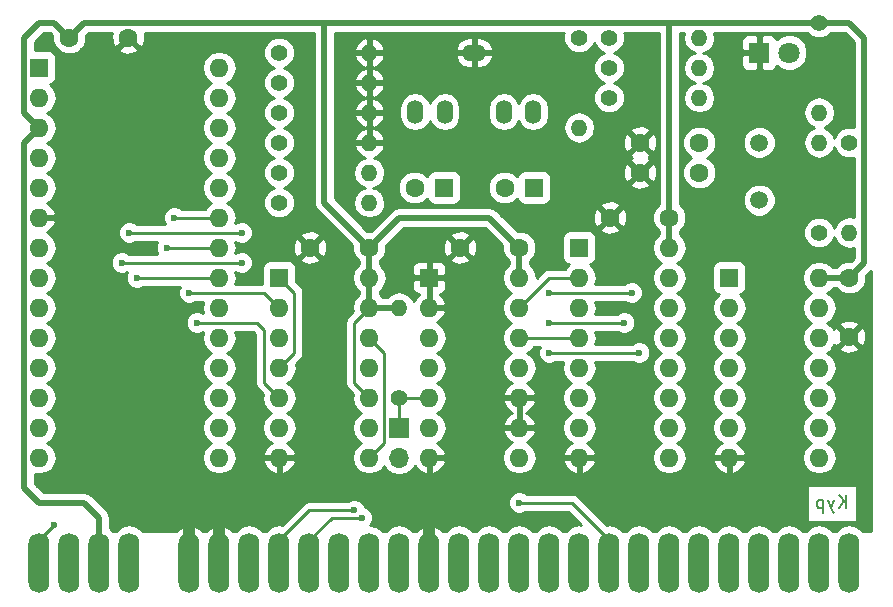
<source format=gbl>
G04 #@! TF.FileFunction,Copper,L2,Bot,Signal*
%FSLAX45Y45*%
G04 Gerber Fmt 4.5, Leading zero omitted, Abs format (unit mm)*
G04 Created by KiCad (PCBNEW 4.0.7) date 03/07/18 09:30:50*
%MOMM*%
%LPD*%
G01*
G04 APERTURE LIST*
%ADD10C,0.100000*%
%ADD11C,0.200000*%
%ADD12R,1.600000X1.600000*%
%ADD13O,1.600000X1.600000*%
%ADD14C,1.600000*%
%ADD15O,1.778000X5.080000*%
%ADD16C,1.400000*%
%ADD17O,1.400000X1.400000*%
%ADD18C,1.500000*%
%ADD19O,1.400000X2.000000*%
%ADD20O,2.000000X1.400000*%
%ADD21R,1.800000X1.800000*%
%ADD22C,1.800000*%
%ADD23R,1.700000X1.700000*%
%ADD24O,1.700000X1.700000*%
%ADD25C,0.600000*%
%ADD26C,1.000000*%
%ADD27C,0.500000*%
%ADD28C,0.250000*%
%ADD29C,0.254000*%
G04 APERTURE END LIST*
D10*
D11*
X18261810Y-10082762D02*
X18261810Y-9972762D01*
X18198952Y-10082762D02*
X18246095Y-10019905D01*
X18198952Y-9972762D02*
X18261810Y-10035619D01*
X18162286Y-10009429D02*
X18136095Y-10082762D01*
X18109905Y-10009429D02*
X18136095Y-10082762D01*
X18146571Y-10108952D01*
X18151810Y-10114191D01*
X18162286Y-10119429D01*
X18068000Y-10009429D02*
X18068000Y-10119429D01*
X18068000Y-10014667D02*
X18057524Y-10009429D01*
X18036572Y-10009429D01*
X18026095Y-10014667D01*
X18020857Y-10019905D01*
X18015619Y-10030381D01*
X18015619Y-10061810D01*
X18020857Y-10072286D01*
X18026095Y-10077524D01*
X18036572Y-10082762D01*
X18057524Y-10082762D01*
X18068000Y-10077524D01*
D12*
X16002000Y-7874000D03*
D13*
X16764000Y-9652000D03*
X16002000Y-8128000D03*
X16764000Y-9398000D03*
X16002000Y-8382000D03*
X16764000Y-9144000D03*
X16002000Y-8636000D03*
X16764000Y-8890000D03*
X16002000Y-8890000D03*
X16764000Y-8636000D03*
X16002000Y-9144000D03*
X16764000Y-8382000D03*
X16002000Y-9398000D03*
X16764000Y-8128000D03*
X16002000Y-9652000D03*
X16764000Y-7874000D03*
D14*
X17018000Y-7239000D03*
X16518000Y-7239000D03*
X17018000Y-6985000D03*
X16518000Y-6985000D03*
X15494000Y-7874000D03*
X14994000Y-7874000D03*
X16764000Y-7620000D03*
X16264000Y-7620000D03*
X18288000Y-8128000D03*
X18288000Y-8628000D03*
X11684000Y-6096000D03*
X12184000Y-6096000D03*
D15*
X11430000Y-10541000D03*
X11684000Y-10541000D03*
X11938000Y-10541000D03*
X12192000Y-10541000D03*
X12700000Y-10541000D03*
X12954000Y-10541000D03*
X13208000Y-10541000D03*
X13462000Y-10541000D03*
X13716000Y-10541000D03*
X13970000Y-10541000D03*
X14224000Y-10541000D03*
X14478000Y-10541000D03*
X14732000Y-10541000D03*
X14986000Y-10541000D03*
X15240000Y-10541000D03*
X15494000Y-10541000D03*
X15748000Y-10541000D03*
X16002000Y-10541000D03*
X16256000Y-10541000D03*
X16510000Y-10541000D03*
X16764000Y-10541000D03*
X17018000Y-10541000D03*
X17272000Y-10541000D03*
X17526000Y-10541000D03*
X17780000Y-10541000D03*
X18034000Y-10541000D03*
X18288000Y-10541000D03*
D16*
X18288000Y-6985000D03*
D17*
X18288000Y-7747000D03*
D16*
X18034000Y-7747000D03*
D17*
X18034000Y-6985000D03*
D16*
X13462000Y-6731000D03*
D17*
X14224000Y-6731000D03*
D16*
X13462000Y-6477000D03*
D17*
X14224000Y-6477000D03*
D16*
X13462000Y-6223000D03*
D17*
X14224000Y-6223000D03*
D16*
X13462000Y-6985000D03*
D17*
X14224000Y-6985000D03*
D16*
X16256000Y-6604000D03*
D17*
X17018000Y-6604000D03*
D16*
X16256000Y-6350000D03*
D17*
X17018000Y-6350000D03*
D16*
X16002000Y-6096000D03*
D17*
X16002000Y-6858000D03*
D16*
X16256000Y-6096000D03*
D17*
X17018000Y-6096000D03*
D16*
X13462000Y-7493000D03*
D17*
X14224000Y-7493000D03*
D16*
X13462000Y-7239000D03*
D17*
X14224000Y-7239000D03*
D12*
X17272000Y-8128000D03*
D13*
X18034000Y-9652000D03*
X17272000Y-8382000D03*
X18034000Y-9398000D03*
X17272000Y-8636000D03*
X18034000Y-9144000D03*
X17272000Y-8890000D03*
X18034000Y-8890000D03*
X17272000Y-9144000D03*
X18034000Y-8636000D03*
X17272000Y-9398000D03*
X18034000Y-8382000D03*
X17272000Y-9652000D03*
X18034000Y-8128000D03*
D12*
X13462000Y-8128000D03*
D13*
X14224000Y-9652000D03*
X13462000Y-8382000D03*
X14224000Y-9398000D03*
X13462000Y-8636000D03*
X14224000Y-9144000D03*
X13462000Y-8890000D03*
X14224000Y-8890000D03*
X13462000Y-9144000D03*
X14224000Y-8636000D03*
X13462000Y-9398000D03*
X14224000Y-8382000D03*
X13462000Y-9652000D03*
X14224000Y-8128000D03*
D12*
X11430000Y-6350000D03*
D13*
X12954000Y-9652000D03*
X11430000Y-6604000D03*
X12954000Y-9398000D03*
X11430000Y-6858000D03*
X12954000Y-9144000D03*
X11430000Y-7112000D03*
X12954000Y-8890000D03*
X11430000Y-7366000D03*
X12954000Y-8636000D03*
X11430000Y-7620000D03*
X12954000Y-8382000D03*
X11430000Y-7874000D03*
X12954000Y-8128000D03*
X11430000Y-8128000D03*
X12954000Y-7874000D03*
X11430000Y-8382000D03*
X12954000Y-7620000D03*
X11430000Y-8636000D03*
X12954000Y-7366000D03*
X11430000Y-8890000D03*
X12954000Y-7112000D03*
X11430000Y-9144000D03*
X12954000Y-6858000D03*
X11430000Y-9398000D03*
X12954000Y-6604000D03*
X11430000Y-9652000D03*
X12954000Y-6350000D03*
D18*
X17526000Y-6985000D03*
X17526000Y-7473000D03*
D12*
X14859000Y-7366000D03*
D14*
X14609000Y-7366000D03*
D12*
X15621000Y-7366000D03*
D14*
X15371000Y-7366000D03*
D19*
X14613000Y-6723000D03*
X14863000Y-6723000D03*
X15363000Y-6723000D03*
D20*
X15113000Y-6223000D03*
D19*
X15613000Y-6723000D03*
D14*
X14224000Y-7874000D03*
X13724000Y-7874000D03*
D12*
X14732000Y-8128000D03*
D13*
X15494000Y-9652000D03*
X14732000Y-8382000D03*
X15494000Y-9398000D03*
X14732000Y-8636000D03*
X15494000Y-9144000D03*
X14732000Y-8890000D03*
X15494000Y-8890000D03*
X14732000Y-9144000D03*
X15494000Y-8636000D03*
X14732000Y-9398000D03*
X15494000Y-8382000D03*
X14732000Y-9652000D03*
X15494000Y-8128000D03*
D21*
X17526000Y-6223000D03*
D22*
X17780000Y-6223000D03*
D16*
X18034000Y-5969000D03*
D17*
X18034000Y-6731000D03*
D16*
X14478000Y-9144000D03*
D17*
X14478000Y-8382000D03*
D23*
X14478000Y-9398000D03*
D24*
X14478000Y-9652000D03*
D25*
X11557000Y-10223500D03*
X12192000Y-7747000D03*
X13144500Y-7747000D03*
X13144500Y-8001000D03*
X12128500Y-8001000D03*
X14160500Y-10160000D03*
X15494000Y-10033000D03*
X12255500Y-8128000D03*
X12509500Y-7874000D03*
X12573000Y-7620000D03*
X12700000Y-8255000D03*
X15748000Y-8509000D03*
X16383000Y-8509000D03*
X16446500Y-8255000D03*
X15748000Y-8255000D03*
X15748000Y-8763000D03*
X16510000Y-8763000D03*
X14097000Y-10096500D03*
X12763500Y-8509000D03*
D26*
X14732000Y-10541000D02*
X14732000Y-10160000D01*
X12954000Y-10541000D02*
X12954000Y-10160000D01*
X12700000Y-10541000D02*
X12700000Y-10160000D01*
D27*
X18034000Y-5969000D02*
X18288000Y-5969000D01*
X18415000Y-6096000D02*
X18415000Y-8001000D01*
X18288000Y-5969000D02*
X18415000Y-6096000D01*
X18415000Y-8001000D02*
X18288000Y-8128000D01*
X16764000Y-5969000D02*
X18034000Y-5969000D01*
X16764000Y-7620000D02*
X16764000Y-5969000D01*
D28*
X14224000Y-8382000D02*
X14097000Y-8509000D01*
X14097000Y-8509000D02*
X14097000Y-9017000D01*
X14097000Y-9017000D02*
X14224000Y-9144000D01*
D27*
X14224000Y-8382000D02*
X14478000Y-8382000D01*
X13843000Y-5969000D02*
X13843000Y-7493000D01*
X13843000Y-7493000D02*
X14224000Y-7874000D01*
X14478000Y-7620000D02*
X15240000Y-7620000D01*
X15240000Y-7620000D02*
X15494000Y-7874000D01*
X11430000Y-6858000D02*
X11303000Y-6731000D01*
X11557000Y-5969000D02*
X11684000Y-6096000D01*
X11430000Y-5969000D02*
X11557000Y-5969000D01*
X11303000Y-6096000D02*
X11430000Y-5969000D01*
X11303000Y-6731000D02*
X11303000Y-6096000D01*
D28*
X13462000Y-8890000D02*
X13589000Y-8763000D01*
X13589000Y-8255000D02*
X13462000Y-8128000D01*
X13589000Y-8763000D02*
X13589000Y-8255000D01*
D27*
X11938000Y-10160000D02*
X11811000Y-10033000D01*
X11430000Y-6858000D02*
X11303000Y-6985000D01*
X11303000Y-6985000D02*
X11303000Y-9906000D01*
X11303000Y-9906000D02*
X11430000Y-10033000D01*
X11430000Y-10033000D02*
X11811000Y-10033000D01*
X11938000Y-10541000D02*
X11938000Y-10160000D01*
X14224000Y-8382000D02*
X14224000Y-8128000D01*
X14224000Y-7874000D02*
X14478000Y-7620000D01*
X11684000Y-6096000D02*
X11811000Y-5969000D01*
X11811000Y-5969000D02*
X13843000Y-5969000D01*
X13843000Y-5969000D02*
X14351000Y-5969000D01*
X14351000Y-5969000D02*
X14414500Y-5969000D01*
X15811500Y-5969000D02*
X15875000Y-5969000D01*
X14478000Y-5969000D02*
X15811500Y-5969000D01*
X14414500Y-5969000D02*
X14478000Y-5969000D01*
X15875000Y-5969000D02*
X16764000Y-5969000D01*
X16764000Y-7874000D02*
X16764000Y-7620000D01*
X15494000Y-7874000D02*
X15494000Y-8128000D01*
X14224000Y-7874000D02*
X14224000Y-8128000D01*
X18034000Y-8128000D02*
X18288000Y-8128000D01*
D28*
X11557000Y-10223500D02*
X11430000Y-10350500D01*
X13144500Y-7747000D02*
X12192000Y-7747000D01*
X11430000Y-10350500D02*
X11430000Y-10541000D01*
X13144500Y-8001000D02*
X12128500Y-8001000D01*
X13906500Y-10160000D02*
X14160500Y-10160000D01*
X13716000Y-10350500D02*
X13906500Y-10160000D01*
X13716000Y-10541000D02*
X13716000Y-10350500D01*
X15938500Y-10033000D02*
X16256000Y-10350500D01*
X15938500Y-10033000D02*
X15494000Y-10033000D01*
X16256000Y-10541000D02*
X16256000Y-10350500D01*
X12255500Y-8128000D02*
X12954000Y-8128000D01*
X12509500Y-7874000D02*
X12954000Y-7874000D01*
X12573000Y-7620000D02*
X12954000Y-7620000D01*
X13462000Y-8382000D02*
X13335000Y-8255000D01*
X13335000Y-8255000D02*
X12700000Y-8255000D01*
X15494000Y-8636000D02*
X16002000Y-8636000D01*
X15494000Y-8382000D02*
X15748000Y-8128000D01*
X15748000Y-8128000D02*
X16002000Y-8128000D01*
X15748000Y-8509000D02*
X16383000Y-8509000D01*
X15748000Y-8255000D02*
X16446500Y-8255000D01*
X15748000Y-8763000D02*
X16510000Y-8763000D01*
X13716000Y-10096500D02*
X13462000Y-10350500D01*
X13716000Y-10096500D02*
X14097000Y-10096500D01*
X13462000Y-10541000D02*
X13462000Y-10350500D01*
X13335000Y-9017000D02*
X13335000Y-8572500D01*
X13271500Y-8509000D02*
X13335000Y-8572500D01*
X13271500Y-8509000D02*
X12763500Y-8509000D01*
X13462000Y-9144000D02*
X13335000Y-9017000D01*
X14224000Y-8636000D02*
X14351000Y-8763000D01*
X14351000Y-9525000D02*
X14224000Y-9652000D01*
X14351000Y-8763000D02*
X14351000Y-9525000D01*
X14478000Y-9144000D02*
X14732000Y-9144000D01*
X14478000Y-9398000D02*
X14478000Y-9144000D01*
D29*
G36*
X11540516Y-6077674D02*
X11540475Y-6124419D01*
X11562276Y-6177180D01*
X11602608Y-6217582D01*
X11655331Y-6239475D01*
X11712419Y-6239525D01*
X11765180Y-6217724D01*
X11786166Y-6196774D01*
X12101186Y-6196774D01*
X12108599Y-6221386D01*
X12162322Y-6240696D01*
X12219345Y-6237978D01*
X12259400Y-6221386D01*
X12266814Y-6196774D01*
X12184000Y-6113960D01*
X12101186Y-6196774D01*
X11786166Y-6196774D01*
X11805582Y-6177392D01*
X11827475Y-6124669D01*
X11827516Y-6077642D01*
X11847658Y-6057500D01*
X12045350Y-6057500D01*
X12039303Y-6074322D01*
X12042022Y-6131345D01*
X12058614Y-6171400D01*
X12083225Y-6178814D01*
X12166039Y-6096000D01*
X12164625Y-6094586D01*
X12182586Y-6076625D01*
X12184000Y-6078039D01*
X12185414Y-6076625D01*
X12203375Y-6094586D01*
X12201960Y-6096000D01*
X12284774Y-6178814D01*
X12309386Y-6171400D01*
X12328696Y-6117678D01*
X12325978Y-6060655D01*
X12324671Y-6057500D01*
X13754500Y-6057500D01*
X13754500Y-7492999D01*
X13754500Y-7493000D01*
X13757787Y-7509525D01*
X13761237Y-7526867D01*
X13776550Y-7549785D01*
X13780421Y-7555579D01*
X14080516Y-7855674D01*
X14080475Y-7902419D01*
X14102276Y-7955180D01*
X14135500Y-7988462D01*
X14135500Y-8015986D01*
X14119719Y-8026530D01*
X14088612Y-8073085D01*
X14077689Y-8128000D01*
X14088612Y-8182915D01*
X14119719Y-8229470D01*
X14135500Y-8240014D01*
X14135500Y-8269986D01*
X14119719Y-8280530D01*
X14088612Y-8327085D01*
X14077689Y-8382000D01*
X14084131Y-8414389D01*
X14043260Y-8455260D01*
X14026785Y-8479916D01*
X14021000Y-8509000D01*
X14021000Y-9017000D01*
X14026785Y-9046084D01*
X14043260Y-9070740D01*
X14084131Y-9111611D01*
X14077689Y-9144000D01*
X14088612Y-9198915D01*
X14119719Y-9245470D01*
X14157927Y-9271000D01*
X14119719Y-9296530D01*
X14088612Y-9343085D01*
X14077689Y-9398000D01*
X14088612Y-9452915D01*
X14119719Y-9499470D01*
X14157927Y-9525000D01*
X14119719Y-9550530D01*
X14088612Y-9597085D01*
X14077689Y-9652000D01*
X14088612Y-9706915D01*
X14119719Y-9753470D01*
X14166274Y-9784577D01*
X14221189Y-9795500D01*
X14226811Y-9795500D01*
X14281726Y-9784577D01*
X14328281Y-9753470D01*
X14348002Y-9723955D01*
X14370085Y-9757005D01*
X14418262Y-9789196D01*
X14475091Y-9800500D01*
X14480909Y-9800500D01*
X14537738Y-9789196D01*
X14585915Y-9757005D01*
X14608095Y-9723810D01*
X14608896Y-9725742D01*
X14646487Y-9767239D01*
X14697096Y-9791191D01*
X14719300Y-9779063D01*
X14719300Y-9664700D01*
X14744700Y-9664700D01*
X14744700Y-9779063D01*
X14766904Y-9791191D01*
X14817513Y-9767239D01*
X14855104Y-9725742D01*
X14871190Y-9686904D01*
X14858991Y-9664700D01*
X14744700Y-9664700D01*
X14719300Y-9664700D01*
X14717300Y-9664700D01*
X14717300Y-9652000D01*
X15347689Y-9652000D01*
X15358612Y-9706915D01*
X15389719Y-9753470D01*
X15436274Y-9784577D01*
X15491189Y-9795500D01*
X15496811Y-9795500D01*
X15551726Y-9784577D01*
X15598281Y-9753470D01*
X15629388Y-9706915D01*
X15633368Y-9686904D01*
X15862810Y-9686904D01*
X15878896Y-9725742D01*
X15916487Y-9767239D01*
X15967096Y-9791191D01*
X15989300Y-9779063D01*
X15989300Y-9664700D01*
X16014700Y-9664700D01*
X16014700Y-9779063D01*
X16036904Y-9791191D01*
X16087513Y-9767239D01*
X16125104Y-9725742D01*
X16141190Y-9686904D01*
X16128991Y-9664700D01*
X16014700Y-9664700D01*
X15989300Y-9664700D01*
X15875008Y-9664700D01*
X15862810Y-9686904D01*
X15633368Y-9686904D01*
X15640311Y-9652000D01*
X15629388Y-9597085D01*
X15598281Y-9550530D01*
X15557830Y-9523501D01*
X15579513Y-9513239D01*
X15617104Y-9471742D01*
X15633190Y-9432904D01*
X15620991Y-9410700D01*
X15506700Y-9410700D01*
X15506700Y-9412700D01*
X15481300Y-9412700D01*
X15481300Y-9410700D01*
X15367008Y-9410700D01*
X15354810Y-9432904D01*
X15370896Y-9471742D01*
X15408487Y-9513239D01*
X15430170Y-9523501D01*
X15389719Y-9550530D01*
X15358612Y-9597085D01*
X15347689Y-9652000D01*
X14717300Y-9652000D01*
X14717300Y-9639300D01*
X14719300Y-9639300D01*
X14719300Y-9637300D01*
X14744700Y-9637300D01*
X14744700Y-9639300D01*
X14858991Y-9639300D01*
X14871190Y-9617096D01*
X14855104Y-9578258D01*
X14817513Y-9536761D01*
X14795830Y-9526499D01*
X14836281Y-9499470D01*
X14867388Y-9452915D01*
X14878311Y-9398000D01*
X14867388Y-9343085D01*
X14836281Y-9296530D01*
X14798072Y-9271000D01*
X14836281Y-9245470D01*
X14867388Y-9198915D01*
X14871368Y-9178904D01*
X15354810Y-9178904D01*
X15370896Y-9217742D01*
X15408487Y-9259239D01*
X15433337Y-9271000D01*
X15408487Y-9282761D01*
X15370896Y-9324258D01*
X15354810Y-9363096D01*
X15367008Y-9385300D01*
X15481300Y-9385300D01*
X15481300Y-9156700D01*
X15506700Y-9156700D01*
X15506700Y-9385300D01*
X15620991Y-9385300D01*
X15633190Y-9363096D01*
X15617104Y-9324258D01*
X15579513Y-9282761D01*
X15554663Y-9271000D01*
X15579513Y-9259239D01*
X15617104Y-9217742D01*
X15633190Y-9178904D01*
X15620991Y-9156700D01*
X15506700Y-9156700D01*
X15481300Y-9156700D01*
X15367008Y-9156700D01*
X15354810Y-9178904D01*
X14871368Y-9178904D01*
X14878311Y-9144000D01*
X14867388Y-9089085D01*
X14836281Y-9042530D01*
X14798072Y-9017000D01*
X14836281Y-8991470D01*
X14867388Y-8944915D01*
X14878311Y-8890000D01*
X14867388Y-8835085D01*
X14836281Y-8788530D01*
X14798072Y-8763000D01*
X14836281Y-8737470D01*
X14867388Y-8690915D01*
X14878311Y-8636000D01*
X14867388Y-8581085D01*
X14836281Y-8534530D01*
X14795830Y-8507501D01*
X14817513Y-8497239D01*
X14855104Y-8455742D01*
X14871190Y-8416904D01*
X14858991Y-8394700D01*
X14744700Y-8394700D01*
X14744700Y-8396700D01*
X14719300Y-8396700D01*
X14719300Y-8394700D01*
X14717300Y-8394700D01*
X14717300Y-8369300D01*
X14719300Y-8369300D01*
X14719300Y-8140700D01*
X14744700Y-8140700D01*
X14744700Y-8369300D01*
X14858991Y-8369300D01*
X14871190Y-8347096D01*
X14855104Y-8308258D01*
X14821806Y-8271500D01*
X14824631Y-8271500D01*
X14847970Y-8261833D01*
X14865833Y-8243970D01*
X14875500Y-8220631D01*
X14875500Y-8156575D01*
X14859625Y-8140700D01*
X14744700Y-8140700D01*
X14719300Y-8140700D01*
X14604375Y-8140700D01*
X14588500Y-8156575D01*
X14588500Y-8220631D01*
X14598167Y-8243970D01*
X14616030Y-8261833D01*
X14639369Y-8271500D01*
X14642194Y-8271500D01*
X14608896Y-8308258D01*
X14600880Y-8327611D01*
X14572399Y-8284986D01*
X14529088Y-8256047D01*
X14478000Y-8245885D01*
X14426912Y-8256047D01*
X14383601Y-8284986D01*
X14377912Y-8293500D01*
X14336947Y-8293500D01*
X14328281Y-8280530D01*
X14312500Y-8269986D01*
X14312500Y-8240014D01*
X14328281Y-8229470D01*
X14359388Y-8182915D01*
X14370311Y-8128000D01*
X14359388Y-8073085D01*
X14334187Y-8035369D01*
X14588500Y-8035369D01*
X14588500Y-8099425D01*
X14604375Y-8115300D01*
X14719300Y-8115300D01*
X14719300Y-8000375D01*
X14744700Y-8000375D01*
X14744700Y-8115300D01*
X14859625Y-8115300D01*
X14875500Y-8099425D01*
X14875500Y-8035369D01*
X14865833Y-8012030D01*
X14847970Y-7994167D01*
X14824631Y-7984500D01*
X14760575Y-7984500D01*
X14744700Y-8000375D01*
X14719300Y-8000375D01*
X14703425Y-7984500D01*
X14639369Y-7984500D01*
X14616030Y-7994167D01*
X14598167Y-8012030D01*
X14588500Y-8035369D01*
X14334187Y-8035369D01*
X14328281Y-8026530D01*
X14312500Y-8015986D01*
X14312500Y-7988417D01*
X14326166Y-7974774D01*
X14911186Y-7974774D01*
X14918599Y-7999386D01*
X14972322Y-8018696D01*
X15029345Y-8015978D01*
X15069400Y-7999386D01*
X15076814Y-7974774D01*
X14994000Y-7891960D01*
X14911186Y-7974774D01*
X14326166Y-7974774D01*
X14345582Y-7955392D01*
X14367475Y-7902669D01*
X14367516Y-7855642D01*
X14370836Y-7852322D01*
X14849303Y-7852322D01*
X14852022Y-7909345D01*
X14868614Y-7949400D01*
X14893225Y-7956814D01*
X14976039Y-7874000D01*
X15011960Y-7874000D01*
X15094774Y-7956814D01*
X15119386Y-7949400D01*
X15138696Y-7895678D01*
X15135978Y-7838655D01*
X15119386Y-7798599D01*
X15094774Y-7791186D01*
X15011960Y-7874000D01*
X14976039Y-7874000D01*
X14893225Y-7791186D01*
X14868614Y-7798599D01*
X14849303Y-7852322D01*
X14370836Y-7852322D01*
X14449932Y-7773225D01*
X14911186Y-7773225D01*
X14994000Y-7856039D01*
X15076814Y-7773225D01*
X15069400Y-7748614D01*
X15015678Y-7729303D01*
X14958655Y-7732022D01*
X14918599Y-7748614D01*
X14911186Y-7773225D01*
X14449932Y-7773225D01*
X14514658Y-7708500D01*
X15203342Y-7708500D01*
X15350516Y-7855674D01*
X15350475Y-7902419D01*
X15372276Y-7955180D01*
X15405500Y-7988462D01*
X15405500Y-8015986D01*
X15389719Y-8026530D01*
X15358612Y-8073085D01*
X15347689Y-8128000D01*
X15358612Y-8182915D01*
X15389719Y-8229470D01*
X15427927Y-8255000D01*
X15389719Y-8280530D01*
X15358612Y-8327085D01*
X15347689Y-8382000D01*
X15358612Y-8436915D01*
X15389719Y-8483470D01*
X15427927Y-8509000D01*
X15389719Y-8534530D01*
X15358612Y-8581085D01*
X15347689Y-8636000D01*
X15358612Y-8690915D01*
X15389719Y-8737470D01*
X15427927Y-8763000D01*
X15389719Y-8788530D01*
X15358612Y-8835085D01*
X15347689Y-8890000D01*
X15358612Y-8944915D01*
X15389719Y-8991470D01*
X15430170Y-9018499D01*
X15408487Y-9028761D01*
X15370896Y-9070258D01*
X15354810Y-9109096D01*
X15367008Y-9131300D01*
X15481300Y-9131300D01*
X15481300Y-9129300D01*
X15506700Y-9129300D01*
X15506700Y-9131300D01*
X15620991Y-9131300D01*
X15633190Y-9109096D01*
X15617104Y-9070258D01*
X15579513Y-9028761D01*
X15557830Y-9018499D01*
X15598281Y-8991470D01*
X15629388Y-8944915D01*
X15640311Y-8890000D01*
X15629388Y-8835085D01*
X15598281Y-8788530D01*
X15560072Y-8763000D01*
X15598281Y-8737470D01*
X15615299Y-8712000D01*
X15667937Y-8712000D01*
X15654516Y-8744320D01*
X15654484Y-8781517D01*
X15668688Y-8815894D01*
X15694967Y-8842219D01*
X15729320Y-8856484D01*
X15766517Y-8856516D01*
X15800894Y-8842312D01*
X15804212Y-8839000D01*
X15865833Y-8839000D01*
X15855689Y-8890000D01*
X15866612Y-8944915D01*
X15897719Y-8991470D01*
X15935927Y-9017000D01*
X15897719Y-9042530D01*
X15866612Y-9089085D01*
X15855689Y-9144000D01*
X15866612Y-9198915D01*
X15897719Y-9245470D01*
X15935927Y-9271000D01*
X15897719Y-9296530D01*
X15866612Y-9343085D01*
X15855689Y-9398000D01*
X15866612Y-9452915D01*
X15897719Y-9499470D01*
X15938170Y-9526499D01*
X15916487Y-9536761D01*
X15878896Y-9578258D01*
X15862810Y-9617096D01*
X15875008Y-9639300D01*
X15989300Y-9639300D01*
X15989300Y-9637300D01*
X16014700Y-9637300D01*
X16014700Y-9639300D01*
X16128991Y-9639300D01*
X16141190Y-9617096D01*
X16125104Y-9578258D01*
X16087513Y-9536761D01*
X16065830Y-9526499D01*
X16106281Y-9499470D01*
X16137388Y-9452915D01*
X16148311Y-9398000D01*
X16137388Y-9343085D01*
X16106281Y-9296530D01*
X16068072Y-9271000D01*
X16106281Y-9245470D01*
X16137388Y-9198915D01*
X16148311Y-9144000D01*
X16137388Y-9089085D01*
X16106281Y-9042530D01*
X16068072Y-9017000D01*
X16106281Y-8991470D01*
X16137388Y-8944915D01*
X16148311Y-8890000D01*
X16138167Y-8839000D01*
X16453754Y-8839000D01*
X16456967Y-8842219D01*
X16491320Y-8856484D01*
X16528517Y-8856516D01*
X16562894Y-8842312D01*
X16589219Y-8816033D01*
X16603484Y-8781680D01*
X16603516Y-8744483D01*
X16589312Y-8710106D01*
X16563033Y-8683781D01*
X16528680Y-8669516D01*
X16491483Y-8669484D01*
X16457106Y-8683688D01*
X16453788Y-8687000D01*
X16138167Y-8687000D01*
X16148311Y-8636000D01*
X16138167Y-8585000D01*
X16326754Y-8585000D01*
X16329967Y-8588219D01*
X16364320Y-8602484D01*
X16401517Y-8602516D01*
X16435894Y-8588312D01*
X16462219Y-8562033D01*
X16476484Y-8527680D01*
X16476516Y-8490483D01*
X16462312Y-8456106D01*
X16436033Y-8429781D01*
X16401680Y-8415516D01*
X16364483Y-8415484D01*
X16330106Y-8429688D01*
X16326788Y-8433000D01*
X16138167Y-8433000D01*
X16148311Y-8382000D01*
X16138167Y-8331000D01*
X16390254Y-8331000D01*
X16393467Y-8334219D01*
X16427820Y-8348484D01*
X16465017Y-8348516D01*
X16499394Y-8334312D01*
X16525719Y-8308033D01*
X16539984Y-8273680D01*
X16540016Y-8236483D01*
X16525812Y-8202106D01*
X16499533Y-8175781D01*
X16465180Y-8161516D01*
X16427983Y-8161484D01*
X16393606Y-8175688D01*
X16390288Y-8179000D01*
X16138167Y-8179000D01*
X16148311Y-8128000D01*
X16137388Y-8073085D01*
X16106281Y-8026530D01*
X16091853Y-8016890D01*
X16105532Y-8014316D01*
X16127144Y-8000409D01*
X16141643Y-7979189D01*
X16146744Y-7954000D01*
X16146744Y-7794000D01*
X16142316Y-7770468D01*
X16128409Y-7748856D01*
X16107189Y-7734357D01*
X16082000Y-7729256D01*
X15922000Y-7729256D01*
X15898468Y-7733684D01*
X15876856Y-7747591D01*
X15862357Y-7768811D01*
X15857256Y-7794000D01*
X15857256Y-7954000D01*
X15861684Y-7977532D01*
X15875591Y-7999144D01*
X15896811Y-8013643D01*
X15912309Y-8016781D01*
X15897719Y-8026530D01*
X15880700Y-8052000D01*
X15748000Y-8052000D01*
X15723741Y-8056825D01*
X15718916Y-8057785D01*
X15694260Y-8074260D01*
X15640259Y-8128260D01*
X15640311Y-8128000D01*
X15629388Y-8073085D01*
X15598281Y-8026530D01*
X15582500Y-8015986D01*
X15582500Y-7988417D01*
X15615582Y-7955392D01*
X15637475Y-7902669D01*
X15637525Y-7845581D01*
X15615724Y-7792820D01*
X15575392Y-7752418D01*
X15522669Y-7730525D01*
X15475642Y-7730484D01*
X15465932Y-7720774D01*
X16181186Y-7720774D01*
X16188599Y-7745386D01*
X16242322Y-7764696D01*
X16299345Y-7761978D01*
X16339400Y-7745386D01*
X16346814Y-7720774D01*
X16264000Y-7637960D01*
X16181186Y-7720774D01*
X15465932Y-7720774D01*
X15343480Y-7598322D01*
X16119303Y-7598322D01*
X16122022Y-7655345D01*
X16138614Y-7695400D01*
X16163225Y-7702814D01*
X16246039Y-7620000D01*
X16281960Y-7620000D01*
X16364774Y-7702814D01*
X16389386Y-7695400D01*
X16408696Y-7641678D01*
X16405978Y-7584655D01*
X16389386Y-7544599D01*
X16364774Y-7537186D01*
X16281960Y-7620000D01*
X16246039Y-7620000D01*
X16163225Y-7537186D01*
X16138614Y-7544599D01*
X16119303Y-7598322D01*
X15343480Y-7598322D01*
X15302579Y-7557421D01*
X15299822Y-7555579D01*
X15273867Y-7538237D01*
X15268248Y-7537119D01*
X15240000Y-7531500D01*
X15239999Y-7531500D01*
X14478000Y-7531500D01*
X14444132Y-7538237D01*
X14415421Y-7557421D01*
X14415421Y-7557421D01*
X14242326Y-7730516D01*
X14205642Y-7730484D01*
X13931500Y-7456342D01*
X13931500Y-7239000D01*
X14087885Y-7239000D01*
X14098047Y-7290088D01*
X14126986Y-7333399D01*
X14170296Y-7362338D01*
X14188707Y-7366000D01*
X14170296Y-7369662D01*
X14126986Y-7398601D01*
X14098047Y-7441912D01*
X14087885Y-7493000D01*
X14098047Y-7544088D01*
X14126986Y-7587399D01*
X14170296Y-7616338D01*
X14221385Y-7626500D01*
X14226615Y-7626500D01*
X14277704Y-7616338D01*
X14321014Y-7587399D01*
X14349953Y-7544088D01*
X14354899Y-7519225D01*
X16181186Y-7519225D01*
X16264000Y-7602039D01*
X16346814Y-7519225D01*
X16339400Y-7494614D01*
X16285678Y-7475303D01*
X16228655Y-7478022D01*
X16188599Y-7494614D01*
X16181186Y-7519225D01*
X14354899Y-7519225D01*
X14360115Y-7493000D01*
X14349953Y-7441912D01*
X14321014Y-7398601D01*
X14314755Y-7394419D01*
X14465475Y-7394419D01*
X14487276Y-7447180D01*
X14527608Y-7487582D01*
X14580331Y-7509475D01*
X14637419Y-7509525D01*
X14690180Y-7487724D01*
X14717058Y-7460893D01*
X14718684Y-7469532D01*
X14732591Y-7491144D01*
X14753811Y-7505643D01*
X14779000Y-7510744D01*
X14939000Y-7510744D01*
X14962532Y-7506316D01*
X14984144Y-7492409D01*
X14998643Y-7471189D01*
X15003744Y-7446000D01*
X15003744Y-7394419D01*
X15227475Y-7394419D01*
X15249276Y-7447180D01*
X15289608Y-7487582D01*
X15342331Y-7509475D01*
X15399419Y-7509525D01*
X15452180Y-7487724D01*
X15479058Y-7460893D01*
X15480684Y-7469532D01*
X15494591Y-7491144D01*
X15515811Y-7505643D01*
X15541000Y-7510744D01*
X15701000Y-7510744D01*
X15724532Y-7506316D01*
X15746144Y-7492409D01*
X15760643Y-7471189D01*
X15765744Y-7446000D01*
X15765744Y-7339774D01*
X16435186Y-7339774D01*
X16442599Y-7364386D01*
X16496322Y-7383696D01*
X16553345Y-7380978D01*
X16593400Y-7364386D01*
X16600814Y-7339774D01*
X16518000Y-7256960D01*
X16435186Y-7339774D01*
X15765744Y-7339774D01*
X15765744Y-7286000D01*
X15761316Y-7262468D01*
X15747409Y-7240856D01*
X15726189Y-7226357D01*
X15701000Y-7221256D01*
X15541000Y-7221256D01*
X15517468Y-7225684D01*
X15495856Y-7239591D01*
X15481357Y-7260811D01*
X15479232Y-7271304D01*
X15452392Y-7244418D01*
X15399669Y-7222525D01*
X15342581Y-7222475D01*
X15289820Y-7244276D01*
X15249418Y-7284608D01*
X15227525Y-7337331D01*
X15227475Y-7394419D01*
X15003744Y-7394419D01*
X15003744Y-7286000D01*
X14999316Y-7262468D01*
X14985409Y-7240856D01*
X14964189Y-7226357D01*
X14939000Y-7221256D01*
X14779000Y-7221256D01*
X14755468Y-7225684D01*
X14733856Y-7239591D01*
X14719357Y-7260811D01*
X14717232Y-7271304D01*
X14690392Y-7244418D01*
X14637669Y-7222525D01*
X14580581Y-7222475D01*
X14527820Y-7244276D01*
X14487418Y-7284608D01*
X14465525Y-7337331D01*
X14465475Y-7394419D01*
X14314755Y-7394419D01*
X14277704Y-7369662D01*
X14259293Y-7366000D01*
X14277704Y-7362338D01*
X14321014Y-7333399D01*
X14349953Y-7290088D01*
X14360115Y-7239000D01*
X14355803Y-7217322D01*
X16373303Y-7217322D01*
X16376022Y-7274345D01*
X16392614Y-7314400D01*
X16417225Y-7321814D01*
X16500039Y-7239000D01*
X16535960Y-7239000D01*
X16618774Y-7321814D01*
X16643386Y-7314400D01*
X16662696Y-7260678D01*
X16659978Y-7203655D01*
X16643386Y-7163599D01*
X16618774Y-7156186D01*
X16535960Y-7239000D01*
X16500039Y-7239000D01*
X16417225Y-7156186D01*
X16392614Y-7163599D01*
X16373303Y-7217322D01*
X14355803Y-7217322D01*
X14349953Y-7187912D01*
X14321014Y-7144601D01*
X14277704Y-7115662D01*
X14261246Y-7112389D01*
X14304266Y-7091676D01*
X14309541Y-7085774D01*
X16435186Y-7085774D01*
X16442599Y-7110386D01*
X16446771Y-7111886D01*
X16442599Y-7113614D01*
X16435186Y-7138225D01*
X16518000Y-7221039D01*
X16600814Y-7138225D01*
X16593400Y-7113614D01*
X16589229Y-7112114D01*
X16593400Y-7110386D01*
X16600814Y-7085774D01*
X16518000Y-7002960D01*
X16435186Y-7085774D01*
X14309541Y-7085774D01*
X14338980Y-7052840D01*
X14353272Y-7018333D01*
X14340937Y-6997700D01*
X14236700Y-6997700D01*
X14236700Y-6999700D01*
X14211300Y-6999700D01*
X14211300Y-6997700D01*
X14107063Y-6997700D01*
X14094728Y-7018333D01*
X14109020Y-7052840D01*
X14143734Y-7091676D01*
X14186753Y-7112389D01*
X14170296Y-7115662D01*
X14126986Y-7144601D01*
X14098047Y-7187912D01*
X14087885Y-7239000D01*
X13931500Y-7239000D01*
X13931500Y-6764333D01*
X14094728Y-6764333D01*
X14109020Y-6798840D01*
X14143734Y-6837676D01*
X14185946Y-6858000D01*
X14143734Y-6878324D01*
X14109020Y-6917160D01*
X14094728Y-6951667D01*
X14107063Y-6972300D01*
X14211300Y-6972300D01*
X14211300Y-6867979D01*
X14194494Y-6858000D01*
X14211300Y-6848021D01*
X14211300Y-6743700D01*
X14236700Y-6743700D01*
X14236700Y-6848021D01*
X14253506Y-6858000D01*
X14236700Y-6867979D01*
X14236700Y-6972300D01*
X14340937Y-6972300D01*
X14353272Y-6951667D01*
X14338980Y-6917160D01*
X14304266Y-6878324D01*
X14262054Y-6858000D01*
X14304266Y-6837676D01*
X14338980Y-6798840D01*
X14353272Y-6764333D01*
X14340937Y-6743700D01*
X14236700Y-6743700D01*
X14211300Y-6743700D01*
X14107063Y-6743700D01*
X14094728Y-6764333D01*
X13931500Y-6764333D01*
X13931500Y-6510333D01*
X14094728Y-6510333D01*
X14109020Y-6544840D01*
X14143734Y-6583676D01*
X14185946Y-6604000D01*
X14143734Y-6624324D01*
X14109020Y-6663160D01*
X14094728Y-6697667D01*
X14107063Y-6718300D01*
X14211300Y-6718300D01*
X14211300Y-6613979D01*
X14194494Y-6604000D01*
X14211300Y-6594021D01*
X14211300Y-6489700D01*
X14236700Y-6489700D01*
X14236700Y-6594021D01*
X14253506Y-6604000D01*
X14236700Y-6613979D01*
X14236700Y-6718300D01*
X14340937Y-6718300D01*
X14353272Y-6697667D01*
X14350012Y-6689797D01*
X14479500Y-6689797D01*
X14479500Y-6756203D01*
X14489662Y-6807291D01*
X14518601Y-6850602D01*
X14561912Y-6879541D01*
X14613000Y-6889703D01*
X14664088Y-6879541D01*
X14707399Y-6850602D01*
X14736338Y-6807291D01*
X14738000Y-6798935D01*
X14739662Y-6807291D01*
X14768601Y-6850602D01*
X14811912Y-6879541D01*
X14863000Y-6889703D01*
X14914088Y-6879541D01*
X14957399Y-6850602D01*
X14986338Y-6807291D01*
X14996500Y-6756203D01*
X14996500Y-6689797D01*
X15229500Y-6689797D01*
X15229500Y-6756203D01*
X15239662Y-6807291D01*
X15268601Y-6850602D01*
X15311912Y-6879541D01*
X15363000Y-6889703D01*
X15414088Y-6879541D01*
X15457399Y-6850602D01*
X15486338Y-6807291D01*
X15488000Y-6798935D01*
X15489662Y-6807291D01*
X15518601Y-6850602D01*
X15561912Y-6879541D01*
X15613000Y-6889703D01*
X15664088Y-6879541D01*
X15700241Y-6855385D01*
X15868500Y-6855385D01*
X15868500Y-6860615D01*
X15878662Y-6911704D01*
X15907601Y-6955014D01*
X15950912Y-6983953D01*
X16002000Y-6994115D01*
X16053088Y-6983953D01*
X16083965Y-6963322D01*
X16373303Y-6963322D01*
X16376022Y-7020345D01*
X16392614Y-7060400D01*
X16417225Y-7067814D01*
X16500039Y-6985000D01*
X16535960Y-6985000D01*
X16618774Y-7067814D01*
X16643386Y-7060400D01*
X16662696Y-7006678D01*
X16659978Y-6949655D01*
X16643386Y-6909599D01*
X16618774Y-6902186D01*
X16535960Y-6985000D01*
X16500039Y-6985000D01*
X16417225Y-6902186D01*
X16392614Y-6909599D01*
X16373303Y-6963322D01*
X16083965Y-6963322D01*
X16096399Y-6955014D01*
X16125338Y-6911704D01*
X16130804Y-6884225D01*
X16435186Y-6884225D01*
X16518000Y-6967039D01*
X16600814Y-6884225D01*
X16593400Y-6859614D01*
X16539678Y-6840303D01*
X16482655Y-6843022D01*
X16442599Y-6859614D01*
X16435186Y-6884225D01*
X16130804Y-6884225D01*
X16135500Y-6860615D01*
X16135500Y-6855385D01*
X16125338Y-6804296D01*
X16096399Y-6760986D01*
X16053088Y-6732047D01*
X16002000Y-6721885D01*
X15950912Y-6732047D01*
X15907601Y-6760986D01*
X15878662Y-6804296D01*
X15868500Y-6855385D01*
X15700241Y-6855385D01*
X15707399Y-6850602D01*
X15736338Y-6807291D01*
X15746500Y-6756203D01*
X15746500Y-6689797D01*
X15736338Y-6638709D01*
X15707399Y-6595398D01*
X15664088Y-6566459D01*
X15613000Y-6556297D01*
X15561912Y-6566459D01*
X15518601Y-6595398D01*
X15489662Y-6638709D01*
X15488000Y-6647064D01*
X15486338Y-6638709D01*
X15457399Y-6595398D01*
X15414088Y-6566459D01*
X15363000Y-6556297D01*
X15311912Y-6566459D01*
X15268601Y-6595398D01*
X15239662Y-6638709D01*
X15229500Y-6689797D01*
X14996500Y-6689797D01*
X14986338Y-6638709D01*
X14957399Y-6595398D01*
X14914088Y-6566459D01*
X14863000Y-6556297D01*
X14811912Y-6566459D01*
X14768601Y-6595398D01*
X14739662Y-6638709D01*
X14738000Y-6647064D01*
X14736338Y-6638709D01*
X14707399Y-6595398D01*
X14664088Y-6566459D01*
X14613000Y-6556297D01*
X14561912Y-6566459D01*
X14518601Y-6595398D01*
X14489662Y-6638709D01*
X14479500Y-6689797D01*
X14350012Y-6689797D01*
X14338980Y-6663160D01*
X14304266Y-6624324D01*
X14262054Y-6604000D01*
X14304266Y-6583676D01*
X14338980Y-6544840D01*
X14353272Y-6510333D01*
X14340937Y-6489700D01*
X14236700Y-6489700D01*
X14211300Y-6489700D01*
X14107063Y-6489700D01*
X14094728Y-6510333D01*
X13931500Y-6510333D01*
X13931500Y-6256333D01*
X14094728Y-6256333D01*
X14109020Y-6290840D01*
X14143734Y-6329676D01*
X14185946Y-6350000D01*
X14143734Y-6370324D01*
X14109020Y-6409160D01*
X14094728Y-6443667D01*
X14107063Y-6464300D01*
X14211300Y-6464300D01*
X14211300Y-6359979D01*
X14194494Y-6350000D01*
X14211300Y-6340021D01*
X14211300Y-6235700D01*
X14236700Y-6235700D01*
X14236700Y-6340021D01*
X14253506Y-6350000D01*
X14236700Y-6359979D01*
X14236700Y-6464300D01*
X14340937Y-6464300D01*
X14353272Y-6443667D01*
X14338980Y-6409160D01*
X14304266Y-6370324D01*
X14262054Y-6350000D01*
X14304266Y-6329676D01*
X14338980Y-6290840D01*
X14353272Y-6256333D01*
X14953728Y-6256333D01*
X14954802Y-6262355D01*
X14979621Y-6308418D01*
X15020178Y-6341478D01*
X15070300Y-6356500D01*
X15100300Y-6356500D01*
X15100300Y-6235700D01*
X15125700Y-6235700D01*
X15125700Y-6356500D01*
X15155700Y-6356500D01*
X15205821Y-6341478D01*
X15246379Y-6308418D01*
X15271198Y-6262355D01*
X15272272Y-6256333D01*
X15259937Y-6235700D01*
X15125700Y-6235700D01*
X15100300Y-6235700D01*
X14966063Y-6235700D01*
X14953728Y-6256333D01*
X14353272Y-6256333D01*
X14340937Y-6235700D01*
X14236700Y-6235700D01*
X14211300Y-6235700D01*
X14107063Y-6235700D01*
X14094728Y-6256333D01*
X13931500Y-6256333D01*
X13931500Y-6189667D01*
X14094728Y-6189667D01*
X14107063Y-6210300D01*
X14211300Y-6210300D01*
X14211300Y-6105979D01*
X14236700Y-6105979D01*
X14236700Y-6210300D01*
X14340937Y-6210300D01*
X14353272Y-6189667D01*
X14953728Y-6189667D01*
X14966063Y-6210300D01*
X15100300Y-6210300D01*
X15100300Y-6089500D01*
X15125700Y-6089500D01*
X15125700Y-6210300D01*
X15259937Y-6210300D01*
X15272272Y-6189667D01*
X15271198Y-6183645D01*
X15246379Y-6137581D01*
X15205821Y-6104522D01*
X15155700Y-6089500D01*
X15125700Y-6089500D01*
X15100300Y-6089500D01*
X15070300Y-6089500D01*
X15020178Y-6104522D01*
X14979621Y-6137581D01*
X14954802Y-6183645D01*
X14953728Y-6189667D01*
X14353272Y-6189667D01*
X14338980Y-6155160D01*
X14304266Y-6116324D01*
X14257333Y-6093727D01*
X14236700Y-6105979D01*
X14211300Y-6105979D01*
X14190667Y-6093727D01*
X14143734Y-6116324D01*
X14109020Y-6155160D01*
X14094728Y-6189667D01*
X13931500Y-6189667D01*
X13931500Y-6057500D01*
X15873435Y-6057500D01*
X15868523Y-6069329D01*
X15868477Y-6122438D01*
X15888758Y-6171523D01*
X15926280Y-6209110D01*
X15975329Y-6229477D01*
X16028438Y-6229523D01*
X16077523Y-6209242D01*
X16115110Y-6171720D01*
X16129009Y-6138247D01*
X16142758Y-6171523D01*
X16180280Y-6209110D01*
X16213753Y-6223009D01*
X16180477Y-6236758D01*
X16142890Y-6274280D01*
X16122523Y-6323329D01*
X16122477Y-6376438D01*
X16142758Y-6425523D01*
X16180280Y-6463110D01*
X16213753Y-6477009D01*
X16180477Y-6490758D01*
X16142890Y-6528280D01*
X16122523Y-6577329D01*
X16122477Y-6630438D01*
X16142758Y-6679523D01*
X16180280Y-6717110D01*
X16229329Y-6737477D01*
X16282438Y-6737523D01*
X16331523Y-6717242D01*
X16369110Y-6679720D01*
X16389477Y-6630671D01*
X16389523Y-6577562D01*
X16369242Y-6528477D01*
X16331720Y-6490890D01*
X16298247Y-6476991D01*
X16331523Y-6463242D01*
X16369110Y-6425720D01*
X16389477Y-6376671D01*
X16389523Y-6323562D01*
X16369242Y-6274477D01*
X16331720Y-6236890D01*
X16298247Y-6222991D01*
X16331523Y-6209242D01*
X16369110Y-6171720D01*
X16389477Y-6122671D01*
X16389523Y-6069562D01*
X16384539Y-6057500D01*
X16675500Y-6057500D01*
X16675500Y-7505583D01*
X16642418Y-7538608D01*
X16620525Y-7591331D01*
X16620475Y-7648419D01*
X16642276Y-7701180D01*
X16675500Y-7734462D01*
X16675500Y-7761986D01*
X16659719Y-7772530D01*
X16628612Y-7819085D01*
X16617689Y-7874000D01*
X16628612Y-7928915D01*
X16659719Y-7975470D01*
X16697927Y-8001000D01*
X16659719Y-8026530D01*
X16628612Y-8073085D01*
X16617689Y-8128000D01*
X16628612Y-8182915D01*
X16659719Y-8229470D01*
X16697927Y-8255000D01*
X16659719Y-8280530D01*
X16628612Y-8327085D01*
X16617689Y-8382000D01*
X16628612Y-8436915D01*
X16659719Y-8483470D01*
X16697927Y-8509000D01*
X16659719Y-8534530D01*
X16628612Y-8581085D01*
X16617689Y-8636000D01*
X16628612Y-8690915D01*
X16659719Y-8737470D01*
X16697927Y-8763000D01*
X16659719Y-8788530D01*
X16628612Y-8835085D01*
X16617689Y-8890000D01*
X16628612Y-8944915D01*
X16659719Y-8991470D01*
X16697927Y-9017000D01*
X16659719Y-9042530D01*
X16628612Y-9089085D01*
X16617689Y-9144000D01*
X16628612Y-9198915D01*
X16659719Y-9245470D01*
X16697927Y-9271000D01*
X16659719Y-9296530D01*
X16628612Y-9343085D01*
X16617689Y-9398000D01*
X16628612Y-9452915D01*
X16659719Y-9499470D01*
X16697927Y-9525000D01*
X16659719Y-9550530D01*
X16628612Y-9597085D01*
X16617689Y-9652000D01*
X16628612Y-9706915D01*
X16659719Y-9753470D01*
X16706274Y-9784577D01*
X16761189Y-9795500D01*
X16766811Y-9795500D01*
X16821726Y-9784577D01*
X16868281Y-9753470D01*
X16899388Y-9706915D01*
X16903368Y-9686904D01*
X17132810Y-9686904D01*
X17148896Y-9725742D01*
X17186487Y-9767239D01*
X17237096Y-9791191D01*
X17259300Y-9779063D01*
X17259300Y-9664700D01*
X17284700Y-9664700D01*
X17284700Y-9779063D01*
X17306904Y-9791191D01*
X17357513Y-9767239D01*
X17395104Y-9725742D01*
X17411190Y-9686904D01*
X17398992Y-9664700D01*
X17284700Y-9664700D01*
X17259300Y-9664700D01*
X17145009Y-9664700D01*
X17132810Y-9686904D01*
X16903368Y-9686904D01*
X16910311Y-9652000D01*
X16899388Y-9597085D01*
X16868281Y-9550530D01*
X16830073Y-9525000D01*
X16868281Y-9499470D01*
X16899388Y-9452915D01*
X16910311Y-9398000D01*
X16899388Y-9343085D01*
X16868281Y-9296530D01*
X16830073Y-9271000D01*
X16868281Y-9245470D01*
X16899388Y-9198915D01*
X16910311Y-9144000D01*
X16899388Y-9089085D01*
X16868281Y-9042530D01*
X16830073Y-9017000D01*
X16868281Y-8991470D01*
X16899388Y-8944915D01*
X16910311Y-8890000D01*
X16899388Y-8835085D01*
X16868281Y-8788530D01*
X16830073Y-8763000D01*
X16868281Y-8737470D01*
X16899388Y-8690915D01*
X16910311Y-8636000D01*
X16899388Y-8581085D01*
X16868281Y-8534530D01*
X16830073Y-8509000D01*
X16868281Y-8483470D01*
X16899388Y-8436915D01*
X16910311Y-8382000D01*
X17125689Y-8382000D01*
X17136612Y-8436915D01*
X17167719Y-8483470D01*
X17205928Y-8509000D01*
X17167719Y-8534530D01*
X17136612Y-8581085D01*
X17125689Y-8636000D01*
X17136612Y-8690915D01*
X17167719Y-8737470D01*
X17205928Y-8763000D01*
X17167719Y-8788530D01*
X17136612Y-8835085D01*
X17125689Y-8890000D01*
X17136612Y-8944915D01*
X17167719Y-8991470D01*
X17205928Y-9017000D01*
X17167719Y-9042530D01*
X17136612Y-9089085D01*
X17125689Y-9144000D01*
X17136612Y-9198915D01*
X17167719Y-9245470D01*
X17205928Y-9271000D01*
X17167719Y-9296530D01*
X17136612Y-9343085D01*
X17125689Y-9398000D01*
X17136612Y-9452915D01*
X17167719Y-9499470D01*
X17208170Y-9526499D01*
X17186487Y-9536761D01*
X17148896Y-9578258D01*
X17132810Y-9617096D01*
X17145009Y-9639300D01*
X17259300Y-9639300D01*
X17259300Y-9637300D01*
X17284700Y-9637300D01*
X17284700Y-9639300D01*
X17398992Y-9639300D01*
X17411190Y-9617096D01*
X17395104Y-9578258D01*
X17357513Y-9536761D01*
X17335830Y-9526499D01*
X17376281Y-9499470D01*
X17407388Y-9452915D01*
X17418311Y-9398000D01*
X17407388Y-9343085D01*
X17376281Y-9296530D01*
X17338073Y-9271000D01*
X17376281Y-9245470D01*
X17407388Y-9198915D01*
X17418311Y-9144000D01*
X17407388Y-9089085D01*
X17376281Y-9042530D01*
X17338073Y-9017000D01*
X17376281Y-8991470D01*
X17407388Y-8944915D01*
X17418311Y-8890000D01*
X17407388Y-8835085D01*
X17376281Y-8788530D01*
X17338073Y-8763000D01*
X17376281Y-8737470D01*
X17407388Y-8690915D01*
X17418311Y-8636000D01*
X17407388Y-8581085D01*
X17376281Y-8534530D01*
X17338073Y-8509000D01*
X17376281Y-8483470D01*
X17407388Y-8436915D01*
X17418311Y-8382000D01*
X17407388Y-8327085D01*
X17376281Y-8280530D01*
X17361854Y-8270890D01*
X17375532Y-8268316D01*
X17397144Y-8254409D01*
X17411643Y-8233189D01*
X17416744Y-8208000D01*
X17416744Y-8048000D01*
X17412316Y-8024468D01*
X17398409Y-8002856D01*
X17377189Y-7988357D01*
X17352000Y-7983256D01*
X17192000Y-7983256D01*
X17168468Y-7987684D01*
X17146856Y-8001591D01*
X17132357Y-8022811D01*
X17127256Y-8048000D01*
X17127256Y-8208000D01*
X17131684Y-8231532D01*
X17145591Y-8253144D01*
X17166811Y-8267643D01*
X17182309Y-8270781D01*
X17167719Y-8280530D01*
X17136612Y-8327085D01*
X17125689Y-8382000D01*
X16910311Y-8382000D01*
X16899388Y-8327085D01*
X16868281Y-8280530D01*
X16830073Y-8255000D01*
X16868281Y-8229470D01*
X16899388Y-8182915D01*
X16910311Y-8128000D01*
X16899388Y-8073085D01*
X16868281Y-8026530D01*
X16830073Y-8001000D01*
X16868281Y-7975470D01*
X16899388Y-7928915D01*
X16910311Y-7874000D01*
X16899388Y-7819085D01*
X16868281Y-7772530D01*
X16852500Y-7761986D01*
X16852500Y-7734417D01*
X16885582Y-7701392D01*
X16907475Y-7648669D01*
X16907525Y-7591581D01*
X16885724Y-7538820D01*
X16852500Y-7505538D01*
X16852500Y-7500428D01*
X17387476Y-7500428D01*
X17408517Y-7551351D01*
X17447444Y-7590346D01*
X17498330Y-7611476D01*
X17553429Y-7611524D01*
X17604352Y-7590483D01*
X17643346Y-7551556D01*
X17664476Y-7500670D01*
X17664524Y-7445571D01*
X17643483Y-7394648D01*
X17604556Y-7355654D01*
X17553670Y-7334524D01*
X17498572Y-7334476D01*
X17447649Y-7355517D01*
X17408654Y-7394444D01*
X17387524Y-7445330D01*
X17387476Y-7500428D01*
X16852500Y-7500428D01*
X16852500Y-7013419D01*
X16874475Y-7013419D01*
X16896276Y-7066180D01*
X16936608Y-7106582D01*
X16949622Y-7111986D01*
X16936820Y-7117276D01*
X16896418Y-7157608D01*
X16874525Y-7210331D01*
X16874475Y-7267419D01*
X16896276Y-7320180D01*
X16936608Y-7360582D01*
X16989331Y-7382475D01*
X17046419Y-7382525D01*
X17099180Y-7360724D01*
X17139582Y-7320392D01*
X17161475Y-7267669D01*
X17161525Y-7210581D01*
X17139724Y-7157820D01*
X17099392Y-7117418D01*
X17086379Y-7112014D01*
X17099180Y-7106724D01*
X17139582Y-7066392D01*
X17161475Y-7013669D01*
X17161476Y-7012428D01*
X17387476Y-7012428D01*
X17408517Y-7063351D01*
X17447444Y-7102346D01*
X17498330Y-7123476D01*
X17553429Y-7123524D01*
X17604352Y-7102483D01*
X17643346Y-7063556D01*
X17664476Y-7012670D01*
X17664524Y-6957571D01*
X17643483Y-6906648D01*
X17604556Y-6867654D01*
X17553670Y-6846524D01*
X17498572Y-6846476D01*
X17447649Y-6867517D01*
X17408654Y-6906444D01*
X17387524Y-6957330D01*
X17387476Y-7012428D01*
X17161476Y-7012428D01*
X17161525Y-6956581D01*
X17139724Y-6903820D01*
X17099392Y-6863418D01*
X17046669Y-6841525D01*
X16989581Y-6841475D01*
X16936820Y-6863276D01*
X16896418Y-6903608D01*
X16874525Y-6956331D01*
X16874475Y-7013419D01*
X16852500Y-7013419D01*
X16852500Y-6057500D01*
X16889543Y-6057500D01*
X16881885Y-6096000D01*
X16892047Y-6147088D01*
X16920986Y-6190399D01*
X16964296Y-6219338D01*
X16982707Y-6223000D01*
X16964296Y-6226662D01*
X16920986Y-6255601D01*
X16892047Y-6298912D01*
X16881885Y-6350000D01*
X16892047Y-6401088D01*
X16920986Y-6444399D01*
X16964296Y-6473338D01*
X16982707Y-6477000D01*
X16964296Y-6480662D01*
X16920986Y-6509601D01*
X16892047Y-6552912D01*
X16881885Y-6604000D01*
X16892047Y-6655088D01*
X16920986Y-6698399D01*
X16964296Y-6727338D01*
X17015385Y-6737500D01*
X17020615Y-6737500D01*
X17071704Y-6727338D01*
X17115014Y-6698399D01*
X17143953Y-6655088D01*
X17154115Y-6604000D01*
X17143953Y-6552912D01*
X17115014Y-6509601D01*
X17071704Y-6480662D01*
X17053293Y-6477000D01*
X17071704Y-6473338D01*
X17115014Y-6444399D01*
X17143953Y-6401088D01*
X17154115Y-6350000D01*
X17143953Y-6298912D01*
X17115014Y-6255601D01*
X17108989Y-6251575D01*
X17372500Y-6251575D01*
X17372500Y-6325631D01*
X17382167Y-6348970D01*
X17400030Y-6366833D01*
X17423369Y-6376500D01*
X17497425Y-6376500D01*
X17513300Y-6360625D01*
X17513300Y-6235700D01*
X17388375Y-6235700D01*
X17372500Y-6251575D01*
X17108989Y-6251575D01*
X17071704Y-6226662D01*
X17053293Y-6223000D01*
X17071704Y-6219338D01*
X17115014Y-6190399D01*
X17143953Y-6147088D01*
X17149268Y-6120369D01*
X17372500Y-6120369D01*
X17372500Y-6194425D01*
X17388375Y-6210300D01*
X17513300Y-6210300D01*
X17513300Y-6085375D01*
X17538700Y-6085375D01*
X17538700Y-6210300D01*
X17540700Y-6210300D01*
X17540700Y-6235700D01*
X17538700Y-6235700D01*
X17538700Y-6360625D01*
X17554575Y-6376500D01*
X17628631Y-6376500D01*
X17651970Y-6366833D01*
X17669833Y-6348970D01*
X17675412Y-6335501D01*
X17692936Y-6353055D01*
X17749333Y-6376473D01*
X17810399Y-6376526D01*
X17866837Y-6353207D01*
X17910055Y-6310064D01*
X17933473Y-6253667D01*
X17933527Y-6192601D01*
X17910207Y-6136163D01*
X17867064Y-6092945D01*
X17810667Y-6069527D01*
X17749601Y-6069473D01*
X17693163Y-6092793D01*
X17675416Y-6110509D01*
X17669833Y-6097030D01*
X17651970Y-6079167D01*
X17628631Y-6069500D01*
X17554575Y-6069500D01*
X17538700Y-6085375D01*
X17513300Y-6085375D01*
X17497425Y-6069500D01*
X17423369Y-6069500D01*
X17400030Y-6079167D01*
X17382167Y-6097030D01*
X17372500Y-6120369D01*
X17149268Y-6120369D01*
X17154115Y-6096000D01*
X17146457Y-6057500D01*
X17933713Y-6057500D01*
X17958280Y-6082110D01*
X18007329Y-6102477D01*
X18060438Y-6102523D01*
X18109523Y-6082242D01*
X18134308Y-6057500D01*
X18251342Y-6057500D01*
X18326500Y-6132658D01*
X18326500Y-6856435D01*
X18314671Y-6851523D01*
X18261562Y-6851477D01*
X18212477Y-6871758D01*
X18174890Y-6909280D01*
X18160062Y-6944990D01*
X18157338Y-6931296D01*
X18128399Y-6887986D01*
X18085088Y-6859047D01*
X18079826Y-6858000D01*
X18085088Y-6856953D01*
X18128399Y-6828014D01*
X18157338Y-6784704D01*
X18167500Y-6733615D01*
X18167500Y-6728385D01*
X18157338Y-6677296D01*
X18128399Y-6633986D01*
X18085088Y-6605047D01*
X18034000Y-6594885D01*
X17982912Y-6605047D01*
X17939601Y-6633986D01*
X17910662Y-6677296D01*
X17900500Y-6728385D01*
X17900500Y-6733615D01*
X17910662Y-6784704D01*
X17939601Y-6828014D01*
X17982912Y-6856953D01*
X17988174Y-6858000D01*
X17982912Y-6859047D01*
X17939601Y-6887986D01*
X17910662Y-6931296D01*
X17900500Y-6982385D01*
X17900500Y-6987615D01*
X17910662Y-7038704D01*
X17939601Y-7082014D01*
X17982912Y-7110953D01*
X18034000Y-7121115D01*
X18085088Y-7110953D01*
X18128399Y-7082014D01*
X18157338Y-7038704D01*
X18160069Y-7024973D01*
X18174758Y-7060523D01*
X18212280Y-7098110D01*
X18261329Y-7118477D01*
X18314438Y-7118523D01*
X18326500Y-7113539D01*
X18326500Y-7618543D01*
X18288000Y-7610885D01*
X18236912Y-7621047D01*
X18193601Y-7649986D01*
X18164662Y-7693296D01*
X18161931Y-7707027D01*
X18147242Y-7671477D01*
X18109720Y-7633890D01*
X18060671Y-7613523D01*
X18007562Y-7613477D01*
X17958477Y-7633758D01*
X17920890Y-7671280D01*
X17900523Y-7720329D01*
X17900477Y-7773438D01*
X17920758Y-7822523D01*
X17958280Y-7860110D01*
X18007329Y-7880477D01*
X18060438Y-7880523D01*
X18109523Y-7860242D01*
X18147110Y-7822720D01*
X18161938Y-7787010D01*
X18164662Y-7800704D01*
X18193601Y-7844014D01*
X18236912Y-7872953D01*
X18288000Y-7883115D01*
X18326500Y-7875457D01*
X18326500Y-7964342D01*
X18306326Y-7984516D01*
X18259581Y-7984475D01*
X18206820Y-8006276D01*
X18173538Y-8039500D01*
X18146947Y-8039500D01*
X18138281Y-8026530D01*
X18091726Y-7995423D01*
X18036811Y-7984500D01*
X18031189Y-7984500D01*
X17976274Y-7995423D01*
X17929719Y-8026530D01*
X17898612Y-8073085D01*
X17887689Y-8128000D01*
X17898612Y-8182915D01*
X17929719Y-8229470D01*
X17967928Y-8255000D01*
X17929719Y-8280530D01*
X17898612Y-8327085D01*
X17887689Y-8382000D01*
X17898612Y-8436915D01*
X17929719Y-8483470D01*
X17967928Y-8509000D01*
X17929719Y-8534530D01*
X17898612Y-8581085D01*
X17887689Y-8636000D01*
X17898612Y-8690915D01*
X17929719Y-8737470D01*
X17967928Y-8763000D01*
X17929719Y-8788530D01*
X17898612Y-8835085D01*
X17887689Y-8890000D01*
X17898612Y-8944915D01*
X17929719Y-8991470D01*
X17967928Y-9017000D01*
X17929719Y-9042530D01*
X17898612Y-9089085D01*
X17887689Y-9144000D01*
X17898612Y-9198915D01*
X17929719Y-9245470D01*
X17967928Y-9271000D01*
X17929719Y-9296530D01*
X17898612Y-9343085D01*
X17887689Y-9398000D01*
X17898612Y-9452915D01*
X17929719Y-9499470D01*
X17967928Y-9525000D01*
X17929719Y-9550530D01*
X17898612Y-9597085D01*
X17887689Y-9652000D01*
X17898612Y-9706915D01*
X17929719Y-9753470D01*
X17976274Y-9784577D01*
X18031189Y-9795500D01*
X18036811Y-9795500D01*
X18091726Y-9784577D01*
X18138281Y-9753470D01*
X18169388Y-9706915D01*
X18180311Y-9652000D01*
X18169388Y-9597085D01*
X18138281Y-9550530D01*
X18100073Y-9525000D01*
X18138281Y-9499470D01*
X18169388Y-9452915D01*
X18180311Y-9398000D01*
X18169388Y-9343085D01*
X18138281Y-9296530D01*
X18100073Y-9271000D01*
X18138281Y-9245470D01*
X18169388Y-9198915D01*
X18180311Y-9144000D01*
X18169388Y-9089085D01*
X18138281Y-9042530D01*
X18100073Y-9017000D01*
X18138281Y-8991470D01*
X18169388Y-8944915D01*
X18180311Y-8890000D01*
X18169388Y-8835085D01*
X18138281Y-8788530D01*
X18100073Y-8763000D01*
X18138281Y-8737470D01*
X18144091Y-8728775D01*
X18205186Y-8728775D01*
X18212600Y-8753386D01*
X18266322Y-8772697D01*
X18323345Y-8769978D01*
X18363401Y-8753386D01*
X18370814Y-8728775D01*
X18288000Y-8645961D01*
X18205186Y-8728775D01*
X18144091Y-8728775D01*
X18162014Y-8701952D01*
X18162614Y-8703401D01*
X18187226Y-8710814D01*
X18270040Y-8628000D01*
X18305961Y-8628000D01*
X18388775Y-8710814D01*
X18413386Y-8703401D01*
X18432697Y-8649678D01*
X18429978Y-8592655D01*
X18413386Y-8552600D01*
X18388775Y-8545186D01*
X18305961Y-8628000D01*
X18270040Y-8628000D01*
X18187226Y-8545186D01*
X18162614Y-8552600D01*
X18158326Y-8564529D01*
X18138281Y-8534530D01*
X18127349Y-8527226D01*
X18205186Y-8527226D01*
X18288000Y-8610040D01*
X18370814Y-8527226D01*
X18363401Y-8502614D01*
X18309678Y-8483304D01*
X18252655Y-8486022D01*
X18212600Y-8502614D01*
X18205186Y-8527226D01*
X18127349Y-8527226D01*
X18100073Y-8509000D01*
X18138281Y-8483470D01*
X18169388Y-8436915D01*
X18180311Y-8382000D01*
X18169388Y-8327085D01*
X18138281Y-8280530D01*
X18100073Y-8255000D01*
X18138281Y-8229470D01*
X18146947Y-8216500D01*
X18173583Y-8216500D01*
X18206608Y-8249582D01*
X18259331Y-8271475D01*
X18316419Y-8271525D01*
X18369180Y-8249724D01*
X18409582Y-8209392D01*
X18431475Y-8156669D01*
X18431516Y-8109642D01*
X18471000Y-8070158D01*
X18471000Y-10274300D01*
X18404037Y-10274300D01*
X18395763Y-10261917D01*
X18346321Y-10228881D01*
X18288000Y-10217280D01*
X18229679Y-10228881D01*
X18180237Y-10261917D01*
X18171963Y-10274300D01*
X18150037Y-10274300D01*
X18141763Y-10261917D01*
X18092321Y-10228881D01*
X18034000Y-10217280D01*
X17975679Y-10228881D01*
X17926237Y-10261917D01*
X17917963Y-10274300D01*
X17896037Y-10274300D01*
X17887763Y-10261917D01*
X17838321Y-10228881D01*
X17780000Y-10217280D01*
X17721679Y-10228881D01*
X17672237Y-10261917D01*
X17663963Y-10274300D01*
X17642037Y-10274300D01*
X17633763Y-10261917D01*
X17584321Y-10228881D01*
X17526000Y-10217280D01*
X17467679Y-10228881D01*
X17418237Y-10261917D01*
X17409963Y-10274300D01*
X17388037Y-10274300D01*
X17379763Y-10261917D01*
X17330321Y-10228881D01*
X17272000Y-10217280D01*
X17213679Y-10228881D01*
X17164237Y-10261917D01*
X17155963Y-10274300D01*
X17134037Y-10274300D01*
X17125763Y-10261917D01*
X17076321Y-10228881D01*
X17018000Y-10217280D01*
X16959679Y-10228881D01*
X16910237Y-10261917D01*
X16901963Y-10274300D01*
X16880037Y-10274300D01*
X16871763Y-10261917D01*
X16822321Y-10228881D01*
X16764000Y-10217280D01*
X16705679Y-10228881D01*
X16656237Y-10261917D01*
X16647963Y-10274300D01*
X16626037Y-10274300D01*
X16617763Y-10261917D01*
X16568321Y-10228881D01*
X16510000Y-10217280D01*
X16451679Y-10228881D01*
X16402237Y-10261917D01*
X16393963Y-10274300D01*
X16372037Y-10274300D01*
X16363763Y-10261917D01*
X16314321Y-10228881D01*
X16256000Y-10217280D01*
X16234531Y-10221550D01*
X15992240Y-9979260D01*
X15967584Y-9962785D01*
X15938500Y-9957000D01*
X15550246Y-9957000D01*
X15547033Y-9953781D01*
X15512680Y-9939516D01*
X15475483Y-9939484D01*
X15441106Y-9953688D01*
X15414781Y-9979967D01*
X15400516Y-10014320D01*
X15400484Y-10051517D01*
X15414688Y-10085894D01*
X15440967Y-10112219D01*
X15475320Y-10126484D01*
X15512517Y-10126516D01*
X15546894Y-10112312D01*
X15550212Y-10109000D01*
X15907020Y-10109000D01*
X16018602Y-10220582D01*
X16002000Y-10217280D01*
X15943679Y-10228881D01*
X15894237Y-10261917D01*
X15885963Y-10274300D01*
X15864037Y-10274300D01*
X15855763Y-10261917D01*
X15806321Y-10228881D01*
X15748000Y-10217280D01*
X15689679Y-10228881D01*
X15640237Y-10261917D01*
X15631963Y-10274300D01*
X15610037Y-10274300D01*
X15601763Y-10261917D01*
X15552321Y-10228881D01*
X15494000Y-10217280D01*
X15435679Y-10228881D01*
X15386237Y-10261917D01*
X15377963Y-10274300D01*
X15356037Y-10274300D01*
X15347763Y-10261917D01*
X15298321Y-10228881D01*
X15240000Y-10217280D01*
X15181679Y-10228881D01*
X15132237Y-10261917D01*
X15123963Y-10274300D01*
X15102037Y-10274300D01*
X15093763Y-10261917D01*
X15044321Y-10228881D01*
X14986000Y-10217280D01*
X14927679Y-10228881D01*
X14878237Y-10261917D01*
X14869963Y-10274300D01*
X14842834Y-10274300D01*
X14830783Y-10259157D01*
X14778588Y-10230241D01*
X14768301Y-10227887D01*
X14744700Y-10239967D01*
X14744700Y-10274300D01*
X14719300Y-10274300D01*
X14719300Y-10239967D01*
X14695699Y-10227887D01*
X14685412Y-10230241D01*
X14633217Y-10259157D01*
X14621166Y-10274300D01*
X14594037Y-10274300D01*
X14585763Y-10261917D01*
X14536321Y-10228881D01*
X14478000Y-10217280D01*
X14419679Y-10228881D01*
X14370237Y-10261917D01*
X14361963Y-10274300D01*
X14340037Y-10274300D01*
X14331763Y-10261917D01*
X14282321Y-10228881D01*
X14233560Y-10219181D01*
X14239719Y-10213033D01*
X14253984Y-10178680D01*
X14254016Y-10141483D01*
X14239812Y-10107106D01*
X14213533Y-10080781D01*
X14187145Y-10069824D01*
X14176312Y-10043606D01*
X14150033Y-10017281D01*
X14115680Y-10003016D01*
X14078483Y-10002984D01*
X14044106Y-10017188D01*
X14040788Y-10020500D01*
X13716000Y-10020500D01*
X13691741Y-10025325D01*
X13686916Y-10026285D01*
X13662260Y-10042760D01*
X13483469Y-10221550D01*
X13462000Y-10217280D01*
X13403679Y-10228881D01*
X13354237Y-10261917D01*
X13345963Y-10274300D01*
X13324037Y-10274300D01*
X13315763Y-10261917D01*
X13266321Y-10228881D01*
X13208000Y-10217280D01*
X13149679Y-10228881D01*
X13100237Y-10261917D01*
X13091963Y-10274300D01*
X13064834Y-10274300D01*
X13052783Y-10259157D01*
X13000588Y-10230241D01*
X12990301Y-10227887D01*
X12966700Y-10239967D01*
X12966700Y-10274300D01*
X12941300Y-10274300D01*
X12941300Y-10239967D01*
X12917699Y-10227887D01*
X12907412Y-10230241D01*
X12855217Y-10259157D01*
X12843166Y-10274300D01*
X12810834Y-10274300D01*
X12798783Y-10259157D01*
X12746588Y-10230241D01*
X12736301Y-10227887D01*
X12712700Y-10239967D01*
X12712700Y-10274300D01*
X12687300Y-10274300D01*
X12687300Y-10239967D01*
X12663699Y-10227887D01*
X12653412Y-10230241D01*
X12601217Y-10259157D01*
X12589166Y-10274300D01*
X12308037Y-10274300D01*
X12299763Y-10261917D01*
X12250321Y-10228881D01*
X12192000Y-10217280D01*
X12133679Y-10228881D01*
X12084237Y-10261917D01*
X12075963Y-10274300D01*
X12054037Y-10274300D01*
X12045763Y-10261917D01*
X12026500Y-10249046D01*
X12026500Y-10160001D01*
X12026500Y-10160000D01*
X12019763Y-10126133D01*
X12012336Y-10115017D01*
X12000579Y-10097421D01*
X12000579Y-10097421D01*
X11873579Y-9970421D01*
X11870822Y-9968579D01*
X11844867Y-9951237D01*
X11839248Y-9950119D01*
X11811000Y-9944500D01*
X11810999Y-9944500D01*
X11466658Y-9944500D01*
X11404658Y-9882500D01*
X17931167Y-9882500D01*
X17931167Y-10194500D01*
X18351500Y-10194500D01*
X18351500Y-9882500D01*
X17931167Y-9882500D01*
X11404658Y-9882500D01*
X11391500Y-9869342D01*
X11391500Y-9788401D01*
X11427189Y-9795500D01*
X11432811Y-9795500D01*
X11487726Y-9784577D01*
X11534281Y-9753470D01*
X11565388Y-9706915D01*
X11576311Y-9652000D01*
X11565388Y-9597085D01*
X11534281Y-9550530D01*
X11496072Y-9525000D01*
X11534281Y-9499470D01*
X11565388Y-9452915D01*
X11576311Y-9398000D01*
X11565388Y-9343085D01*
X11534281Y-9296530D01*
X11496072Y-9271000D01*
X11534281Y-9245470D01*
X11565388Y-9198915D01*
X11576311Y-9144000D01*
X11565388Y-9089085D01*
X11534281Y-9042530D01*
X11496072Y-9017000D01*
X11534281Y-8991470D01*
X11565388Y-8944915D01*
X11576311Y-8890000D01*
X11565388Y-8835085D01*
X11534281Y-8788530D01*
X11496072Y-8763000D01*
X11534281Y-8737470D01*
X11565388Y-8690915D01*
X11576311Y-8636000D01*
X11565388Y-8581085D01*
X11534281Y-8534530D01*
X11496072Y-8509000D01*
X11534281Y-8483470D01*
X11565388Y-8436915D01*
X11576311Y-8382000D01*
X11565388Y-8327085D01*
X11534281Y-8280530D01*
X11496072Y-8255000D01*
X11534281Y-8229470D01*
X11565388Y-8182915D01*
X11576311Y-8128000D01*
X11565388Y-8073085D01*
X11534281Y-8026530D01*
X11523785Y-8019517D01*
X12034984Y-8019517D01*
X12049188Y-8053894D01*
X12075467Y-8080219D01*
X12109820Y-8094484D01*
X12147017Y-8094516D01*
X12172543Y-8083969D01*
X12162016Y-8109320D01*
X12161984Y-8146517D01*
X12176188Y-8180894D01*
X12202467Y-8207219D01*
X12236820Y-8221484D01*
X12274017Y-8221516D01*
X12308394Y-8207312D01*
X12311712Y-8204000D01*
X12619937Y-8204000D01*
X12606516Y-8236320D01*
X12606484Y-8273517D01*
X12620688Y-8307894D01*
X12646967Y-8334219D01*
X12681320Y-8348484D01*
X12718517Y-8348516D01*
X12752894Y-8334312D01*
X12756212Y-8331000D01*
X12817833Y-8331000D01*
X12807689Y-8382000D01*
X12817357Y-8430607D01*
X12816533Y-8429781D01*
X12782180Y-8415516D01*
X12744983Y-8415484D01*
X12710606Y-8429688D01*
X12684281Y-8455967D01*
X12670016Y-8490320D01*
X12669984Y-8527517D01*
X12684188Y-8561894D01*
X12710467Y-8588219D01*
X12744820Y-8602484D01*
X12782017Y-8602516D01*
X12816394Y-8588312D01*
X12817368Y-8587340D01*
X12807689Y-8636000D01*
X12818612Y-8690915D01*
X12849719Y-8737470D01*
X12887927Y-8763000D01*
X12849719Y-8788530D01*
X12818612Y-8835085D01*
X12807689Y-8890000D01*
X12818612Y-8944915D01*
X12849719Y-8991470D01*
X12887927Y-9017000D01*
X12849719Y-9042530D01*
X12818612Y-9089085D01*
X12807689Y-9144000D01*
X12818612Y-9198915D01*
X12849719Y-9245470D01*
X12887927Y-9271000D01*
X12849719Y-9296530D01*
X12818612Y-9343085D01*
X12807689Y-9398000D01*
X12818612Y-9452915D01*
X12849719Y-9499470D01*
X12887927Y-9525000D01*
X12849719Y-9550530D01*
X12818612Y-9597085D01*
X12807689Y-9652000D01*
X12818612Y-9706915D01*
X12849719Y-9753470D01*
X12896274Y-9784577D01*
X12951189Y-9795500D01*
X12956811Y-9795500D01*
X13011726Y-9784577D01*
X13058281Y-9753470D01*
X13089388Y-9706915D01*
X13093368Y-9686904D01*
X13322810Y-9686904D01*
X13338896Y-9725742D01*
X13376487Y-9767239D01*
X13427096Y-9791191D01*
X13449300Y-9779063D01*
X13449300Y-9664700D01*
X13474700Y-9664700D01*
X13474700Y-9779063D01*
X13496904Y-9791191D01*
X13547513Y-9767239D01*
X13585104Y-9725742D01*
X13601190Y-9686904D01*
X13588991Y-9664700D01*
X13474700Y-9664700D01*
X13449300Y-9664700D01*
X13335008Y-9664700D01*
X13322810Y-9686904D01*
X13093368Y-9686904D01*
X13100311Y-9652000D01*
X13089388Y-9597085D01*
X13058281Y-9550530D01*
X13020072Y-9525000D01*
X13058281Y-9499470D01*
X13089388Y-9452915D01*
X13100311Y-9398000D01*
X13089388Y-9343085D01*
X13058281Y-9296530D01*
X13020072Y-9271000D01*
X13058281Y-9245470D01*
X13089388Y-9198915D01*
X13100311Y-9144000D01*
X13089388Y-9089085D01*
X13058281Y-9042530D01*
X13020072Y-9017000D01*
X13058281Y-8991470D01*
X13089388Y-8944915D01*
X13100311Y-8890000D01*
X13089388Y-8835085D01*
X13058281Y-8788530D01*
X13020072Y-8763000D01*
X13058281Y-8737470D01*
X13089388Y-8690915D01*
X13100311Y-8636000D01*
X13090167Y-8585000D01*
X13240020Y-8585000D01*
X13259000Y-8603980D01*
X13259000Y-9017000D01*
X13264785Y-9046084D01*
X13281260Y-9070740D01*
X13322131Y-9111611D01*
X13315689Y-9144000D01*
X13326612Y-9198915D01*
X13357719Y-9245470D01*
X13395927Y-9271000D01*
X13357719Y-9296530D01*
X13326612Y-9343085D01*
X13315689Y-9398000D01*
X13326612Y-9452915D01*
X13357719Y-9499470D01*
X13398170Y-9526499D01*
X13376487Y-9536761D01*
X13338896Y-9578258D01*
X13322810Y-9617096D01*
X13335008Y-9639300D01*
X13449300Y-9639300D01*
X13449300Y-9637300D01*
X13474700Y-9637300D01*
X13474700Y-9639300D01*
X13588991Y-9639300D01*
X13601190Y-9617096D01*
X13585104Y-9578258D01*
X13547513Y-9536761D01*
X13525830Y-9526499D01*
X13566281Y-9499470D01*
X13597388Y-9452915D01*
X13608311Y-9398000D01*
X13597388Y-9343085D01*
X13566281Y-9296530D01*
X13528072Y-9271000D01*
X13566281Y-9245470D01*
X13597388Y-9198915D01*
X13608311Y-9144000D01*
X13597388Y-9089085D01*
X13566281Y-9042530D01*
X13528072Y-9017000D01*
X13566281Y-8991470D01*
X13597388Y-8944915D01*
X13608311Y-8890000D01*
X13601869Y-8857611D01*
X13642740Y-8816740D01*
X13659215Y-8792084D01*
X13665000Y-8763000D01*
X13665000Y-8255000D01*
X13659215Y-8225916D01*
X13659215Y-8225916D01*
X13642740Y-8201260D01*
X13606744Y-8165264D01*
X13606744Y-8048000D01*
X13602316Y-8024468D01*
X13588409Y-8002856D01*
X13567189Y-7988357D01*
X13542000Y-7983256D01*
X13382000Y-7983256D01*
X13358468Y-7987684D01*
X13336856Y-8001591D01*
X13322357Y-8022811D01*
X13317256Y-8048000D01*
X13317256Y-8179000D01*
X13090167Y-8179000D01*
X13100311Y-8128000D01*
X13090643Y-8079393D01*
X13091467Y-8080219D01*
X13125820Y-8094484D01*
X13163017Y-8094516D01*
X13197394Y-8080312D01*
X13223719Y-8054033D01*
X13237984Y-8019680D01*
X13238016Y-7982483D01*
X13234831Y-7974774D01*
X13641186Y-7974774D01*
X13648599Y-7999386D01*
X13702322Y-8018696D01*
X13759345Y-8015978D01*
X13799400Y-7999386D01*
X13806814Y-7974774D01*
X13724000Y-7891960D01*
X13641186Y-7974774D01*
X13234831Y-7974774D01*
X13223812Y-7948106D01*
X13197533Y-7921781D01*
X13163180Y-7907516D01*
X13125983Y-7907484D01*
X13091606Y-7921688D01*
X13090632Y-7922660D01*
X13100311Y-7874000D01*
X13095999Y-7852322D01*
X13579303Y-7852322D01*
X13582022Y-7909345D01*
X13598614Y-7949400D01*
X13623225Y-7956814D01*
X13706039Y-7874000D01*
X13741960Y-7874000D01*
X13824774Y-7956814D01*
X13849386Y-7949400D01*
X13868696Y-7895678D01*
X13865978Y-7838655D01*
X13849386Y-7798599D01*
X13824774Y-7791186D01*
X13741960Y-7874000D01*
X13706039Y-7874000D01*
X13623225Y-7791186D01*
X13598614Y-7798599D01*
X13579303Y-7852322D01*
X13095999Y-7852322D01*
X13090643Y-7825393D01*
X13091467Y-7826219D01*
X13125820Y-7840484D01*
X13163017Y-7840516D01*
X13197394Y-7826312D01*
X13223719Y-7800033D01*
X13234850Y-7773225D01*
X13641186Y-7773225D01*
X13724000Y-7856039D01*
X13806814Y-7773225D01*
X13799400Y-7748614D01*
X13745678Y-7729303D01*
X13688655Y-7732022D01*
X13648599Y-7748614D01*
X13641186Y-7773225D01*
X13234850Y-7773225D01*
X13237984Y-7765680D01*
X13238016Y-7728483D01*
X13223812Y-7694106D01*
X13197533Y-7667781D01*
X13163180Y-7653516D01*
X13125983Y-7653484D01*
X13091606Y-7667688D01*
X13090632Y-7668660D01*
X13100311Y-7620000D01*
X13089388Y-7565085D01*
X13058281Y-7518530D01*
X13020072Y-7493000D01*
X13058281Y-7467470D01*
X13089388Y-7420915D01*
X13100311Y-7366000D01*
X13089388Y-7311085D01*
X13058281Y-7264530D01*
X13020072Y-7239000D01*
X13058281Y-7213470D01*
X13089388Y-7166915D01*
X13100311Y-7112000D01*
X13089388Y-7057085D01*
X13058281Y-7010530D01*
X13020072Y-6985000D01*
X13058281Y-6959470D01*
X13089388Y-6912915D01*
X13100311Y-6858000D01*
X13089388Y-6803085D01*
X13058281Y-6756530D01*
X13020072Y-6731000D01*
X13058281Y-6705470D01*
X13089388Y-6658915D01*
X13100311Y-6604000D01*
X13089388Y-6549085D01*
X13058281Y-6502530D01*
X13020072Y-6477000D01*
X13058281Y-6451470D01*
X13089388Y-6404915D01*
X13100311Y-6350000D01*
X13089388Y-6295085D01*
X13058888Y-6249438D01*
X13328477Y-6249438D01*
X13348758Y-6298523D01*
X13386280Y-6336110D01*
X13419753Y-6350009D01*
X13386477Y-6363758D01*
X13348890Y-6401280D01*
X13328523Y-6450329D01*
X13328477Y-6503438D01*
X13348758Y-6552523D01*
X13386280Y-6590110D01*
X13419753Y-6604009D01*
X13386477Y-6617758D01*
X13348890Y-6655280D01*
X13328523Y-6704329D01*
X13328477Y-6757438D01*
X13348758Y-6806523D01*
X13386280Y-6844110D01*
X13419753Y-6858009D01*
X13386477Y-6871758D01*
X13348890Y-6909280D01*
X13328523Y-6958329D01*
X13328477Y-7011438D01*
X13348758Y-7060523D01*
X13386280Y-7098110D01*
X13419753Y-7112009D01*
X13386477Y-7125758D01*
X13348890Y-7163280D01*
X13328523Y-7212329D01*
X13328477Y-7265438D01*
X13348758Y-7314523D01*
X13386280Y-7352110D01*
X13419753Y-7366009D01*
X13386477Y-7379758D01*
X13348890Y-7417280D01*
X13328523Y-7466329D01*
X13328477Y-7519438D01*
X13348758Y-7568523D01*
X13386280Y-7606110D01*
X13435329Y-7626477D01*
X13488438Y-7626523D01*
X13537523Y-7606242D01*
X13575110Y-7568720D01*
X13595477Y-7519671D01*
X13595523Y-7466562D01*
X13575242Y-7417477D01*
X13537720Y-7379890D01*
X13504247Y-7365991D01*
X13537523Y-7352242D01*
X13575110Y-7314720D01*
X13595477Y-7265671D01*
X13595523Y-7212562D01*
X13575242Y-7163477D01*
X13537720Y-7125890D01*
X13504247Y-7111991D01*
X13537523Y-7098242D01*
X13575110Y-7060720D01*
X13595477Y-7011671D01*
X13595523Y-6958562D01*
X13575242Y-6909477D01*
X13537720Y-6871890D01*
X13504247Y-6857991D01*
X13537523Y-6844242D01*
X13575110Y-6806720D01*
X13595477Y-6757671D01*
X13595523Y-6704562D01*
X13575242Y-6655477D01*
X13537720Y-6617890D01*
X13504247Y-6603991D01*
X13537523Y-6590242D01*
X13575110Y-6552720D01*
X13595477Y-6503671D01*
X13595523Y-6450562D01*
X13575242Y-6401477D01*
X13537720Y-6363890D01*
X13504247Y-6349991D01*
X13537523Y-6336242D01*
X13575110Y-6298720D01*
X13595477Y-6249671D01*
X13595523Y-6196562D01*
X13575242Y-6147477D01*
X13537720Y-6109890D01*
X13488671Y-6089523D01*
X13435562Y-6089477D01*
X13386477Y-6109758D01*
X13348890Y-6147280D01*
X13328523Y-6196329D01*
X13328477Y-6249438D01*
X13058888Y-6249438D01*
X13058281Y-6248530D01*
X13011726Y-6217423D01*
X12956811Y-6206500D01*
X12951189Y-6206500D01*
X12896274Y-6217423D01*
X12849719Y-6248530D01*
X12818612Y-6295085D01*
X12807689Y-6350000D01*
X12818612Y-6404915D01*
X12849719Y-6451470D01*
X12887927Y-6477000D01*
X12849719Y-6502530D01*
X12818612Y-6549085D01*
X12807689Y-6604000D01*
X12818612Y-6658915D01*
X12849719Y-6705470D01*
X12887927Y-6731000D01*
X12849719Y-6756530D01*
X12818612Y-6803085D01*
X12807689Y-6858000D01*
X12818612Y-6912915D01*
X12849719Y-6959470D01*
X12887927Y-6985000D01*
X12849719Y-7010530D01*
X12818612Y-7057085D01*
X12807689Y-7112000D01*
X12818612Y-7166915D01*
X12849719Y-7213470D01*
X12887927Y-7239000D01*
X12849719Y-7264530D01*
X12818612Y-7311085D01*
X12807689Y-7366000D01*
X12818612Y-7420915D01*
X12849719Y-7467470D01*
X12887927Y-7493000D01*
X12849719Y-7518530D01*
X12832700Y-7544000D01*
X12629246Y-7544000D01*
X12626033Y-7540781D01*
X12591680Y-7526516D01*
X12554483Y-7526484D01*
X12520106Y-7540688D01*
X12493781Y-7566967D01*
X12479516Y-7601320D01*
X12479484Y-7638517D01*
X12492906Y-7671000D01*
X12248246Y-7671000D01*
X12245033Y-7667781D01*
X12210680Y-7653516D01*
X12173483Y-7653484D01*
X12139106Y-7667688D01*
X12112781Y-7693967D01*
X12098516Y-7728320D01*
X12098484Y-7765517D01*
X12112688Y-7799894D01*
X12138967Y-7826219D01*
X12173320Y-7840484D01*
X12210517Y-7840516D01*
X12244894Y-7826312D01*
X12248212Y-7823000D01*
X12429437Y-7823000D01*
X12416016Y-7855320D01*
X12415984Y-7892517D01*
X12429406Y-7925000D01*
X12184746Y-7925000D01*
X12181533Y-7921781D01*
X12147180Y-7907516D01*
X12109983Y-7907484D01*
X12075606Y-7921688D01*
X12049281Y-7947967D01*
X12035016Y-7982320D01*
X12034984Y-8019517D01*
X11523785Y-8019517D01*
X11496072Y-8001000D01*
X11534281Y-7975470D01*
X11565388Y-7928915D01*
X11576311Y-7874000D01*
X11565388Y-7819085D01*
X11534281Y-7772530D01*
X11493830Y-7745501D01*
X11515513Y-7735239D01*
X11553104Y-7693742D01*
X11569190Y-7654904D01*
X11556991Y-7632700D01*
X11442700Y-7632700D01*
X11442700Y-7634700D01*
X11417300Y-7634700D01*
X11417300Y-7632700D01*
X11415300Y-7632700D01*
X11415300Y-7607300D01*
X11417300Y-7607300D01*
X11417300Y-7605300D01*
X11442700Y-7605300D01*
X11442700Y-7607300D01*
X11556991Y-7607300D01*
X11569190Y-7585096D01*
X11553104Y-7546258D01*
X11515513Y-7504761D01*
X11493830Y-7494499D01*
X11534281Y-7467470D01*
X11565388Y-7420915D01*
X11576311Y-7366000D01*
X11565388Y-7311085D01*
X11534281Y-7264530D01*
X11496072Y-7239000D01*
X11534281Y-7213470D01*
X11565388Y-7166915D01*
X11576311Y-7112000D01*
X11565388Y-7057085D01*
X11534281Y-7010530D01*
X11496072Y-6985000D01*
X11534281Y-6959470D01*
X11565388Y-6912915D01*
X11576311Y-6858000D01*
X11565388Y-6803085D01*
X11534281Y-6756530D01*
X11496072Y-6731000D01*
X11534281Y-6705470D01*
X11565388Y-6658915D01*
X11576311Y-6604000D01*
X11565388Y-6549085D01*
X11534281Y-6502530D01*
X11519853Y-6492890D01*
X11533532Y-6490316D01*
X11555144Y-6476409D01*
X11569643Y-6455189D01*
X11574744Y-6430000D01*
X11574744Y-6270000D01*
X11570316Y-6246468D01*
X11556409Y-6224856D01*
X11535189Y-6210357D01*
X11510000Y-6205256D01*
X11391500Y-6205256D01*
X11391500Y-6132658D01*
X11466658Y-6057500D01*
X11520342Y-6057500D01*
X11540516Y-6077674D01*
X11540516Y-6077674D01*
G37*
X11540516Y-6077674D02*
X11540475Y-6124419D01*
X11562276Y-6177180D01*
X11602608Y-6217582D01*
X11655331Y-6239475D01*
X11712419Y-6239525D01*
X11765180Y-6217724D01*
X11786166Y-6196774D01*
X12101186Y-6196774D01*
X12108599Y-6221386D01*
X12162322Y-6240696D01*
X12219345Y-6237978D01*
X12259400Y-6221386D01*
X12266814Y-6196774D01*
X12184000Y-6113960D01*
X12101186Y-6196774D01*
X11786166Y-6196774D01*
X11805582Y-6177392D01*
X11827475Y-6124669D01*
X11827516Y-6077642D01*
X11847658Y-6057500D01*
X12045350Y-6057500D01*
X12039303Y-6074322D01*
X12042022Y-6131345D01*
X12058614Y-6171400D01*
X12083225Y-6178814D01*
X12166039Y-6096000D01*
X12164625Y-6094586D01*
X12182586Y-6076625D01*
X12184000Y-6078039D01*
X12185414Y-6076625D01*
X12203375Y-6094586D01*
X12201960Y-6096000D01*
X12284774Y-6178814D01*
X12309386Y-6171400D01*
X12328696Y-6117678D01*
X12325978Y-6060655D01*
X12324671Y-6057500D01*
X13754500Y-6057500D01*
X13754500Y-7492999D01*
X13754500Y-7493000D01*
X13757787Y-7509525D01*
X13761237Y-7526867D01*
X13776550Y-7549785D01*
X13780421Y-7555579D01*
X14080516Y-7855674D01*
X14080475Y-7902419D01*
X14102276Y-7955180D01*
X14135500Y-7988462D01*
X14135500Y-8015986D01*
X14119719Y-8026530D01*
X14088612Y-8073085D01*
X14077689Y-8128000D01*
X14088612Y-8182915D01*
X14119719Y-8229470D01*
X14135500Y-8240014D01*
X14135500Y-8269986D01*
X14119719Y-8280530D01*
X14088612Y-8327085D01*
X14077689Y-8382000D01*
X14084131Y-8414389D01*
X14043260Y-8455260D01*
X14026785Y-8479916D01*
X14021000Y-8509000D01*
X14021000Y-9017000D01*
X14026785Y-9046084D01*
X14043260Y-9070740D01*
X14084131Y-9111611D01*
X14077689Y-9144000D01*
X14088612Y-9198915D01*
X14119719Y-9245470D01*
X14157927Y-9271000D01*
X14119719Y-9296530D01*
X14088612Y-9343085D01*
X14077689Y-9398000D01*
X14088612Y-9452915D01*
X14119719Y-9499470D01*
X14157927Y-9525000D01*
X14119719Y-9550530D01*
X14088612Y-9597085D01*
X14077689Y-9652000D01*
X14088612Y-9706915D01*
X14119719Y-9753470D01*
X14166274Y-9784577D01*
X14221189Y-9795500D01*
X14226811Y-9795500D01*
X14281726Y-9784577D01*
X14328281Y-9753470D01*
X14348002Y-9723955D01*
X14370085Y-9757005D01*
X14418262Y-9789196D01*
X14475091Y-9800500D01*
X14480909Y-9800500D01*
X14537738Y-9789196D01*
X14585915Y-9757005D01*
X14608095Y-9723810D01*
X14608896Y-9725742D01*
X14646487Y-9767239D01*
X14697096Y-9791191D01*
X14719300Y-9779063D01*
X14719300Y-9664700D01*
X14744700Y-9664700D01*
X14744700Y-9779063D01*
X14766904Y-9791191D01*
X14817513Y-9767239D01*
X14855104Y-9725742D01*
X14871190Y-9686904D01*
X14858991Y-9664700D01*
X14744700Y-9664700D01*
X14719300Y-9664700D01*
X14717300Y-9664700D01*
X14717300Y-9652000D01*
X15347689Y-9652000D01*
X15358612Y-9706915D01*
X15389719Y-9753470D01*
X15436274Y-9784577D01*
X15491189Y-9795500D01*
X15496811Y-9795500D01*
X15551726Y-9784577D01*
X15598281Y-9753470D01*
X15629388Y-9706915D01*
X15633368Y-9686904D01*
X15862810Y-9686904D01*
X15878896Y-9725742D01*
X15916487Y-9767239D01*
X15967096Y-9791191D01*
X15989300Y-9779063D01*
X15989300Y-9664700D01*
X16014700Y-9664700D01*
X16014700Y-9779063D01*
X16036904Y-9791191D01*
X16087513Y-9767239D01*
X16125104Y-9725742D01*
X16141190Y-9686904D01*
X16128991Y-9664700D01*
X16014700Y-9664700D01*
X15989300Y-9664700D01*
X15875008Y-9664700D01*
X15862810Y-9686904D01*
X15633368Y-9686904D01*
X15640311Y-9652000D01*
X15629388Y-9597085D01*
X15598281Y-9550530D01*
X15557830Y-9523501D01*
X15579513Y-9513239D01*
X15617104Y-9471742D01*
X15633190Y-9432904D01*
X15620991Y-9410700D01*
X15506700Y-9410700D01*
X15506700Y-9412700D01*
X15481300Y-9412700D01*
X15481300Y-9410700D01*
X15367008Y-9410700D01*
X15354810Y-9432904D01*
X15370896Y-9471742D01*
X15408487Y-9513239D01*
X15430170Y-9523501D01*
X15389719Y-9550530D01*
X15358612Y-9597085D01*
X15347689Y-9652000D01*
X14717300Y-9652000D01*
X14717300Y-9639300D01*
X14719300Y-9639300D01*
X14719300Y-9637300D01*
X14744700Y-9637300D01*
X14744700Y-9639300D01*
X14858991Y-9639300D01*
X14871190Y-9617096D01*
X14855104Y-9578258D01*
X14817513Y-9536761D01*
X14795830Y-9526499D01*
X14836281Y-9499470D01*
X14867388Y-9452915D01*
X14878311Y-9398000D01*
X14867388Y-9343085D01*
X14836281Y-9296530D01*
X14798072Y-9271000D01*
X14836281Y-9245470D01*
X14867388Y-9198915D01*
X14871368Y-9178904D01*
X15354810Y-9178904D01*
X15370896Y-9217742D01*
X15408487Y-9259239D01*
X15433337Y-9271000D01*
X15408487Y-9282761D01*
X15370896Y-9324258D01*
X15354810Y-9363096D01*
X15367008Y-9385300D01*
X15481300Y-9385300D01*
X15481300Y-9156700D01*
X15506700Y-9156700D01*
X15506700Y-9385300D01*
X15620991Y-9385300D01*
X15633190Y-9363096D01*
X15617104Y-9324258D01*
X15579513Y-9282761D01*
X15554663Y-9271000D01*
X15579513Y-9259239D01*
X15617104Y-9217742D01*
X15633190Y-9178904D01*
X15620991Y-9156700D01*
X15506700Y-9156700D01*
X15481300Y-9156700D01*
X15367008Y-9156700D01*
X15354810Y-9178904D01*
X14871368Y-9178904D01*
X14878311Y-9144000D01*
X14867388Y-9089085D01*
X14836281Y-9042530D01*
X14798072Y-9017000D01*
X14836281Y-8991470D01*
X14867388Y-8944915D01*
X14878311Y-8890000D01*
X14867388Y-8835085D01*
X14836281Y-8788530D01*
X14798072Y-8763000D01*
X14836281Y-8737470D01*
X14867388Y-8690915D01*
X14878311Y-8636000D01*
X14867388Y-8581085D01*
X14836281Y-8534530D01*
X14795830Y-8507501D01*
X14817513Y-8497239D01*
X14855104Y-8455742D01*
X14871190Y-8416904D01*
X14858991Y-8394700D01*
X14744700Y-8394700D01*
X14744700Y-8396700D01*
X14719300Y-8396700D01*
X14719300Y-8394700D01*
X14717300Y-8394700D01*
X14717300Y-8369300D01*
X14719300Y-8369300D01*
X14719300Y-8140700D01*
X14744700Y-8140700D01*
X14744700Y-8369300D01*
X14858991Y-8369300D01*
X14871190Y-8347096D01*
X14855104Y-8308258D01*
X14821806Y-8271500D01*
X14824631Y-8271500D01*
X14847970Y-8261833D01*
X14865833Y-8243970D01*
X14875500Y-8220631D01*
X14875500Y-8156575D01*
X14859625Y-8140700D01*
X14744700Y-8140700D01*
X14719300Y-8140700D01*
X14604375Y-8140700D01*
X14588500Y-8156575D01*
X14588500Y-8220631D01*
X14598167Y-8243970D01*
X14616030Y-8261833D01*
X14639369Y-8271500D01*
X14642194Y-8271500D01*
X14608896Y-8308258D01*
X14600880Y-8327611D01*
X14572399Y-8284986D01*
X14529088Y-8256047D01*
X14478000Y-8245885D01*
X14426912Y-8256047D01*
X14383601Y-8284986D01*
X14377912Y-8293500D01*
X14336947Y-8293500D01*
X14328281Y-8280530D01*
X14312500Y-8269986D01*
X14312500Y-8240014D01*
X14328281Y-8229470D01*
X14359388Y-8182915D01*
X14370311Y-8128000D01*
X14359388Y-8073085D01*
X14334187Y-8035369D01*
X14588500Y-8035369D01*
X14588500Y-8099425D01*
X14604375Y-8115300D01*
X14719300Y-8115300D01*
X14719300Y-8000375D01*
X14744700Y-8000375D01*
X14744700Y-8115300D01*
X14859625Y-8115300D01*
X14875500Y-8099425D01*
X14875500Y-8035369D01*
X14865833Y-8012030D01*
X14847970Y-7994167D01*
X14824631Y-7984500D01*
X14760575Y-7984500D01*
X14744700Y-8000375D01*
X14719300Y-8000375D01*
X14703425Y-7984500D01*
X14639369Y-7984500D01*
X14616030Y-7994167D01*
X14598167Y-8012030D01*
X14588500Y-8035369D01*
X14334187Y-8035369D01*
X14328281Y-8026530D01*
X14312500Y-8015986D01*
X14312500Y-7988417D01*
X14326166Y-7974774D01*
X14911186Y-7974774D01*
X14918599Y-7999386D01*
X14972322Y-8018696D01*
X15029345Y-8015978D01*
X15069400Y-7999386D01*
X15076814Y-7974774D01*
X14994000Y-7891960D01*
X14911186Y-7974774D01*
X14326166Y-7974774D01*
X14345582Y-7955392D01*
X14367475Y-7902669D01*
X14367516Y-7855642D01*
X14370836Y-7852322D01*
X14849303Y-7852322D01*
X14852022Y-7909345D01*
X14868614Y-7949400D01*
X14893225Y-7956814D01*
X14976039Y-7874000D01*
X15011960Y-7874000D01*
X15094774Y-7956814D01*
X15119386Y-7949400D01*
X15138696Y-7895678D01*
X15135978Y-7838655D01*
X15119386Y-7798599D01*
X15094774Y-7791186D01*
X15011960Y-7874000D01*
X14976039Y-7874000D01*
X14893225Y-7791186D01*
X14868614Y-7798599D01*
X14849303Y-7852322D01*
X14370836Y-7852322D01*
X14449932Y-7773225D01*
X14911186Y-7773225D01*
X14994000Y-7856039D01*
X15076814Y-7773225D01*
X15069400Y-7748614D01*
X15015678Y-7729303D01*
X14958655Y-7732022D01*
X14918599Y-7748614D01*
X14911186Y-7773225D01*
X14449932Y-7773225D01*
X14514658Y-7708500D01*
X15203342Y-7708500D01*
X15350516Y-7855674D01*
X15350475Y-7902419D01*
X15372276Y-7955180D01*
X15405500Y-7988462D01*
X15405500Y-8015986D01*
X15389719Y-8026530D01*
X15358612Y-8073085D01*
X15347689Y-8128000D01*
X15358612Y-8182915D01*
X15389719Y-8229470D01*
X15427927Y-8255000D01*
X15389719Y-8280530D01*
X15358612Y-8327085D01*
X15347689Y-8382000D01*
X15358612Y-8436915D01*
X15389719Y-8483470D01*
X15427927Y-8509000D01*
X15389719Y-8534530D01*
X15358612Y-8581085D01*
X15347689Y-8636000D01*
X15358612Y-8690915D01*
X15389719Y-8737470D01*
X15427927Y-8763000D01*
X15389719Y-8788530D01*
X15358612Y-8835085D01*
X15347689Y-8890000D01*
X15358612Y-8944915D01*
X15389719Y-8991470D01*
X15430170Y-9018499D01*
X15408487Y-9028761D01*
X15370896Y-9070258D01*
X15354810Y-9109096D01*
X15367008Y-9131300D01*
X15481300Y-9131300D01*
X15481300Y-9129300D01*
X15506700Y-9129300D01*
X15506700Y-9131300D01*
X15620991Y-9131300D01*
X15633190Y-9109096D01*
X15617104Y-9070258D01*
X15579513Y-9028761D01*
X15557830Y-9018499D01*
X15598281Y-8991470D01*
X15629388Y-8944915D01*
X15640311Y-8890000D01*
X15629388Y-8835085D01*
X15598281Y-8788530D01*
X15560072Y-8763000D01*
X15598281Y-8737470D01*
X15615299Y-8712000D01*
X15667937Y-8712000D01*
X15654516Y-8744320D01*
X15654484Y-8781517D01*
X15668688Y-8815894D01*
X15694967Y-8842219D01*
X15729320Y-8856484D01*
X15766517Y-8856516D01*
X15800894Y-8842312D01*
X15804212Y-8839000D01*
X15865833Y-8839000D01*
X15855689Y-8890000D01*
X15866612Y-8944915D01*
X15897719Y-8991470D01*
X15935927Y-9017000D01*
X15897719Y-9042530D01*
X15866612Y-9089085D01*
X15855689Y-9144000D01*
X15866612Y-9198915D01*
X15897719Y-9245470D01*
X15935927Y-9271000D01*
X15897719Y-9296530D01*
X15866612Y-9343085D01*
X15855689Y-9398000D01*
X15866612Y-9452915D01*
X15897719Y-9499470D01*
X15938170Y-9526499D01*
X15916487Y-9536761D01*
X15878896Y-9578258D01*
X15862810Y-9617096D01*
X15875008Y-9639300D01*
X15989300Y-9639300D01*
X15989300Y-9637300D01*
X16014700Y-9637300D01*
X16014700Y-9639300D01*
X16128991Y-9639300D01*
X16141190Y-9617096D01*
X16125104Y-9578258D01*
X16087513Y-9536761D01*
X16065830Y-9526499D01*
X16106281Y-9499470D01*
X16137388Y-9452915D01*
X16148311Y-9398000D01*
X16137388Y-9343085D01*
X16106281Y-9296530D01*
X16068072Y-9271000D01*
X16106281Y-9245470D01*
X16137388Y-9198915D01*
X16148311Y-9144000D01*
X16137388Y-9089085D01*
X16106281Y-9042530D01*
X16068072Y-9017000D01*
X16106281Y-8991470D01*
X16137388Y-8944915D01*
X16148311Y-8890000D01*
X16138167Y-8839000D01*
X16453754Y-8839000D01*
X16456967Y-8842219D01*
X16491320Y-8856484D01*
X16528517Y-8856516D01*
X16562894Y-8842312D01*
X16589219Y-8816033D01*
X16603484Y-8781680D01*
X16603516Y-8744483D01*
X16589312Y-8710106D01*
X16563033Y-8683781D01*
X16528680Y-8669516D01*
X16491483Y-8669484D01*
X16457106Y-8683688D01*
X16453788Y-8687000D01*
X16138167Y-8687000D01*
X16148311Y-8636000D01*
X16138167Y-8585000D01*
X16326754Y-8585000D01*
X16329967Y-8588219D01*
X16364320Y-8602484D01*
X16401517Y-8602516D01*
X16435894Y-8588312D01*
X16462219Y-8562033D01*
X16476484Y-8527680D01*
X16476516Y-8490483D01*
X16462312Y-8456106D01*
X16436033Y-8429781D01*
X16401680Y-8415516D01*
X16364483Y-8415484D01*
X16330106Y-8429688D01*
X16326788Y-8433000D01*
X16138167Y-8433000D01*
X16148311Y-8382000D01*
X16138167Y-8331000D01*
X16390254Y-8331000D01*
X16393467Y-8334219D01*
X16427820Y-8348484D01*
X16465017Y-8348516D01*
X16499394Y-8334312D01*
X16525719Y-8308033D01*
X16539984Y-8273680D01*
X16540016Y-8236483D01*
X16525812Y-8202106D01*
X16499533Y-8175781D01*
X16465180Y-8161516D01*
X16427983Y-8161484D01*
X16393606Y-8175688D01*
X16390288Y-8179000D01*
X16138167Y-8179000D01*
X16148311Y-8128000D01*
X16137388Y-8073085D01*
X16106281Y-8026530D01*
X16091853Y-8016890D01*
X16105532Y-8014316D01*
X16127144Y-8000409D01*
X16141643Y-7979189D01*
X16146744Y-7954000D01*
X16146744Y-7794000D01*
X16142316Y-7770468D01*
X16128409Y-7748856D01*
X16107189Y-7734357D01*
X16082000Y-7729256D01*
X15922000Y-7729256D01*
X15898468Y-7733684D01*
X15876856Y-7747591D01*
X15862357Y-7768811D01*
X15857256Y-7794000D01*
X15857256Y-7954000D01*
X15861684Y-7977532D01*
X15875591Y-7999144D01*
X15896811Y-8013643D01*
X15912309Y-8016781D01*
X15897719Y-8026530D01*
X15880700Y-8052000D01*
X15748000Y-8052000D01*
X15723741Y-8056825D01*
X15718916Y-8057785D01*
X15694260Y-8074260D01*
X15640259Y-8128260D01*
X15640311Y-8128000D01*
X15629388Y-8073085D01*
X15598281Y-8026530D01*
X15582500Y-8015986D01*
X15582500Y-7988417D01*
X15615582Y-7955392D01*
X15637475Y-7902669D01*
X15637525Y-7845581D01*
X15615724Y-7792820D01*
X15575392Y-7752418D01*
X15522669Y-7730525D01*
X15475642Y-7730484D01*
X15465932Y-7720774D01*
X16181186Y-7720774D01*
X16188599Y-7745386D01*
X16242322Y-7764696D01*
X16299345Y-7761978D01*
X16339400Y-7745386D01*
X16346814Y-7720774D01*
X16264000Y-7637960D01*
X16181186Y-7720774D01*
X15465932Y-7720774D01*
X15343480Y-7598322D01*
X16119303Y-7598322D01*
X16122022Y-7655345D01*
X16138614Y-7695400D01*
X16163225Y-7702814D01*
X16246039Y-7620000D01*
X16281960Y-7620000D01*
X16364774Y-7702814D01*
X16389386Y-7695400D01*
X16408696Y-7641678D01*
X16405978Y-7584655D01*
X16389386Y-7544599D01*
X16364774Y-7537186D01*
X16281960Y-7620000D01*
X16246039Y-7620000D01*
X16163225Y-7537186D01*
X16138614Y-7544599D01*
X16119303Y-7598322D01*
X15343480Y-7598322D01*
X15302579Y-7557421D01*
X15299822Y-7555579D01*
X15273867Y-7538237D01*
X15268248Y-7537119D01*
X15240000Y-7531500D01*
X15239999Y-7531500D01*
X14478000Y-7531500D01*
X14444132Y-7538237D01*
X14415421Y-7557421D01*
X14415421Y-7557421D01*
X14242326Y-7730516D01*
X14205642Y-7730484D01*
X13931500Y-7456342D01*
X13931500Y-7239000D01*
X14087885Y-7239000D01*
X14098047Y-7290088D01*
X14126986Y-7333399D01*
X14170296Y-7362338D01*
X14188707Y-7366000D01*
X14170296Y-7369662D01*
X14126986Y-7398601D01*
X14098047Y-7441912D01*
X14087885Y-7493000D01*
X14098047Y-7544088D01*
X14126986Y-7587399D01*
X14170296Y-7616338D01*
X14221385Y-7626500D01*
X14226615Y-7626500D01*
X14277704Y-7616338D01*
X14321014Y-7587399D01*
X14349953Y-7544088D01*
X14354899Y-7519225D01*
X16181186Y-7519225D01*
X16264000Y-7602039D01*
X16346814Y-7519225D01*
X16339400Y-7494614D01*
X16285678Y-7475303D01*
X16228655Y-7478022D01*
X16188599Y-7494614D01*
X16181186Y-7519225D01*
X14354899Y-7519225D01*
X14360115Y-7493000D01*
X14349953Y-7441912D01*
X14321014Y-7398601D01*
X14314755Y-7394419D01*
X14465475Y-7394419D01*
X14487276Y-7447180D01*
X14527608Y-7487582D01*
X14580331Y-7509475D01*
X14637419Y-7509525D01*
X14690180Y-7487724D01*
X14717058Y-7460893D01*
X14718684Y-7469532D01*
X14732591Y-7491144D01*
X14753811Y-7505643D01*
X14779000Y-7510744D01*
X14939000Y-7510744D01*
X14962532Y-7506316D01*
X14984144Y-7492409D01*
X14998643Y-7471189D01*
X15003744Y-7446000D01*
X15003744Y-7394419D01*
X15227475Y-7394419D01*
X15249276Y-7447180D01*
X15289608Y-7487582D01*
X15342331Y-7509475D01*
X15399419Y-7509525D01*
X15452180Y-7487724D01*
X15479058Y-7460893D01*
X15480684Y-7469532D01*
X15494591Y-7491144D01*
X15515811Y-7505643D01*
X15541000Y-7510744D01*
X15701000Y-7510744D01*
X15724532Y-7506316D01*
X15746144Y-7492409D01*
X15760643Y-7471189D01*
X15765744Y-7446000D01*
X15765744Y-7339774D01*
X16435186Y-7339774D01*
X16442599Y-7364386D01*
X16496322Y-7383696D01*
X16553345Y-7380978D01*
X16593400Y-7364386D01*
X16600814Y-7339774D01*
X16518000Y-7256960D01*
X16435186Y-7339774D01*
X15765744Y-7339774D01*
X15765744Y-7286000D01*
X15761316Y-7262468D01*
X15747409Y-7240856D01*
X15726189Y-7226357D01*
X15701000Y-7221256D01*
X15541000Y-7221256D01*
X15517468Y-7225684D01*
X15495856Y-7239591D01*
X15481357Y-7260811D01*
X15479232Y-7271304D01*
X15452392Y-7244418D01*
X15399669Y-7222525D01*
X15342581Y-7222475D01*
X15289820Y-7244276D01*
X15249418Y-7284608D01*
X15227525Y-7337331D01*
X15227475Y-7394419D01*
X15003744Y-7394419D01*
X15003744Y-7286000D01*
X14999316Y-7262468D01*
X14985409Y-7240856D01*
X14964189Y-7226357D01*
X14939000Y-7221256D01*
X14779000Y-7221256D01*
X14755468Y-7225684D01*
X14733856Y-7239591D01*
X14719357Y-7260811D01*
X14717232Y-7271304D01*
X14690392Y-7244418D01*
X14637669Y-7222525D01*
X14580581Y-7222475D01*
X14527820Y-7244276D01*
X14487418Y-7284608D01*
X14465525Y-7337331D01*
X14465475Y-7394419D01*
X14314755Y-7394419D01*
X14277704Y-7369662D01*
X14259293Y-7366000D01*
X14277704Y-7362338D01*
X14321014Y-7333399D01*
X14349953Y-7290088D01*
X14360115Y-7239000D01*
X14355803Y-7217322D01*
X16373303Y-7217322D01*
X16376022Y-7274345D01*
X16392614Y-7314400D01*
X16417225Y-7321814D01*
X16500039Y-7239000D01*
X16535960Y-7239000D01*
X16618774Y-7321814D01*
X16643386Y-7314400D01*
X16662696Y-7260678D01*
X16659978Y-7203655D01*
X16643386Y-7163599D01*
X16618774Y-7156186D01*
X16535960Y-7239000D01*
X16500039Y-7239000D01*
X16417225Y-7156186D01*
X16392614Y-7163599D01*
X16373303Y-7217322D01*
X14355803Y-7217322D01*
X14349953Y-7187912D01*
X14321014Y-7144601D01*
X14277704Y-7115662D01*
X14261246Y-7112389D01*
X14304266Y-7091676D01*
X14309541Y-7085774D01*
X16435186Y-7085774D01*
X16442599Y-7110386D01*
X16446771Y-7111886D01*
X16442599Y-7113614D01*
X16435186Y-7138225D01*
X16518000Y-7221039D01*
X16600814Y-7138225D01*
X16593400Y-7113614D01*
X16589229Y-7112114D01*
X16593400Y-7110386D01*
X16600814Y-7085774D01*
X16518000Y-7002960D01*
X16435186Y-7085774D01*
X14309541Y-7085774D01*
X14338980Y-7052840D01*
X14353272Y-7018333D01*
X14340937Y-6997700D01*
X14236700Y-6997700D01*
X14236700Y-6999700D01*
X14211300Y-6999700D01*
X14211300Y-6997700D01*
X14107063Y-6997700D01*
X14094728Y-7018333D01*
X14109020Y-7052840D01*
X14143734Y-7091676D01*
X14186753Y-7112389D01*
X14170296Y-7115662D01*
X14126986Y-7144601D01*
X14098047Y-7187912D01*
X14087885Y-7239000D01*
X13931500Y-7239000D01*
X13931500Y-6764333D01*
X14094728Y-6764333D01*
X14109020Y-6798840D01*
X14143734Y-6837676D01*
X14185946Y-6858000D01*
X14143734Y-6878324D01*
X14109020Y-6917160D01*
X14094728Y-6951667D01*
X14107063Y-6972300D01*
X14211300Y-6972300D01*
X14211300Y-6867979D01*
X14194494Y-6858000D01*
X14211300Y-6848021D01*
X14211300Y-6743700D01*
X14236700Y-6743700D01*
X14236700Y-6848021D01*
X14253506Y-6858000D01*
X14236700Y-6867979D01*
X14236700Y-6972300D01*
X14340937Y-6972300D01*
X14353272Y-6951667D01*
X14338980Y-6917160D01*
X14304266Y-6878324D01*
X14262054Y-6858000D01*
X14304266Y-6837676D01*
X14338980Y-6798840D01*
X14353272Y-6764333D01*
X14340937Y-6743700D01*
X14236700Y-6743700D01*
X14211300Y-6743700D01*
X14107063Y-6743700D01*
X14094728Y-6764333D01*
X13931500Y-6764333D01*
X13931500Y-6510333D01*
X14094728Y-6510333D01*
X14109020Y-6544840D01*
X14143734Y-6583676D01*
X14185946Y-6604000D01*
X14143734Y-6624324D01*
X14109020Y-6663160D01*
X14094728Y-6697667D01*
X14107063Y-6718300D01*
X14211300Y-6718300D01*
X14211300Y-6613979D01*
X14194494Y-6604000D01*
X14211300Y-6594021D01*
X14211300Y-6489700D01*
X14236700Y-6489700D01*
X14236700Y-6594021D01*
X14253506Y-6604000D01*
X14236700Y-6613979D01*
X14236700Y-6718300D01*
X14340937Y-6718300D01*
X14353272Y-6697667D01*
X14350012Y-6689797D01*
X14479500Y-6689797D01*
X14479500Y-6756203D01*
X14489662Y-6807291D01*
X14518601Y-6850602D01*
X14561912Y-6879541D01*
X14613000Y-6889703D01*
X14664088Y-6879541D01*
X14707399Y-6850602D01*
X14736338Y-6807291D01*
X14738000Y-6798935D01*
X14739662Y-6807291D01*
X14768601Y-6850602D01*
X14811912Y-6879541D01*
X14863000Y-6889703D01*
X14914088Y-6879541D01*
X14957399Y-6850602D01*
X14986338Y-6807291D01*
X14996500Y-6756203D01*
X14996500Y-6689797D01*
X15229500Y-6689797D01*
X15229500Y-6756203D01*
X15239662Y-6807291D01*
X15268601Y-6850602D01*
X15311912Y-6879541D01*
X15363000Y-6889703D01*
X15414088Y-6879541D01*
X15457399Y-6850602D01*
X15486338Y-6807291D01*
X15488000Y-6798935D01*
X15489662Y-6807291D01*
X15518601Y-6850602D01*
X15561912Y-6879541D01*
X15613000Y-6889703D01*
X15664088Y-6879541D01*
X15700241Y-6855385D01*
X15868500Y-6855385D01*
X15868500Y-6860615D01*
X15878662Y-6911704D01*
X15907601Y-6955014D01*
X15950912Y-6983953D01*
X16002000Y-6994115D01*
X16053088Y-6983953D01*
X16083965Y-6963322D01*
X16373303Y-6963322D01*
X16376022Y-7020345D01*
X16392614Y-7060400D01*
X16417225Y-7067814D01*
X16500039Y-6985000D01*
X16535960Y-6985000D01*
X16618774Y-7067814D01*
X16643386Y-7060400D01*
X16662696Y-7006678D01*
X16659978Y-6949655D01*
X16643386Y-6909599D01*
X16618774Y-6902186D01*
X16535960Y-6985000D01*
X16500039Y-6985000D01*
X16417225Y-6902186D01*
X16392614Y-6909599D01*
X16373303Y-6963322D01*
X16083965Y-6963322D01*
X16096399Y-6955014D01*
X16125338Y-6911704D01*
X16130804Y-6884225D01*
X16435186Y-6884225D01*
X16518000Y-6967039D01*
X16600814Y-6884225D01*
X16593400Y-6859614D01*
X16539678Y-6840303D01*
X16482655Y-6843022D01*
X16442599Y-6859614D01*
X16435186Y-6884225D01*
X16130804Y-6884225D01*
X16135500Y-6860615D01*
X16135500Y-6855385D01*
X16125338Y-6804296D01*
X16096399Y-6760986D01*
X16053088Y-6732047D01*
X16002000Y-6721885D01*
X15950912Y-6732047D01*
X15907601Y-6760986D01*
X15878662Y-6804296D01*
X15868500Y-6855385D01*
X15700241Y-6855385D01*
X15707399Y-6850602D01*
X15736338Y-6807291D01*
X15746500Y-6756203D01*
X15746500Y-6689797D01*
X15736338Y-6638709D01*
X15707399Y-6595398D01*
X15664088Y-6566459D01*
X15613000Y-6556297D01*
X15561912Y-6566459D01*
X15518601Y-6595398D01*
X15489662Y-6638709D01*
X15488000Y-6647064D01*
X15486338Y-6638709D01*
X15457399Y-6595398D01*
X15414088Y-6566459D01*
X15363000Y-6556297D01*
X15311912Y-6566459D01*
X15268601Y-6595398D01*
X15239662Y-6638709D01*
X15229500Y-6689797D01*
X14996500Y-6689797D01*
X14986338Y-6638709D01*
X14957399Y-6595398D01*
X14914088Y-6566459D01*
X14863000Y-6556297D01*
X14811912Y-6566459D01*
X14768601Y-6595398D01*
X14739662Y-6638709D01*
X14738000Y-6647064D01*
X14736338Y-6638709D01*
X14707399Y-6595398D01*
X14664088Y-6566459D01*
X14613000Y-6556297D01*
X14561912Y-6566459D01*
X14518601Y-6595398D01*
X14489662Y-6638709D01*
X14479500Y-6689797D01*
X14350012Y-6689797D01*
X14338980Y-6663160D01*
X14304266Y-6624324D01*
X14262054Y-6604000D01*
X14304266Y-6583676D01*
X14338980Y-6544840D01*
X14353272Y-6510333D01*
X14340937Y-6489700D01*
X14236700Y-6489700D01*
X14211300Y-6489700D01*
X14107063Y-6489700D01*
X14094728Y-6510333D01*
X13931500Y-6510333D01*
X13931500Y-6256333D01*
X14094728Y-6256333D01*
X14109020Y-6290840D01*
X14143734Y-6329676D01*
X14185946Y-6350000D01*
X14143734Y-6370324D01*
X14109020Y-6409160D01*
X14094728Y-6443667D01*
X14107063Y-6464300D01*
X14211300Y-6464300D01*
X14211300Y-6359979D01*
X14194494Y-6350000D01*
X14211300Y-6340021D01*
X14211300Y-6235700D01*
X14236700Y-6235700D01*
X14236700Y-6340021D01*
X14253506Y-6350000D01*
X14236700Y-6359979D01*
X14236700Y-6464300D01*
X14340937Y-6464300D01*
X14353272Y-6443667D01*
X14338980Y-6409160D01*
X14304266Y-6370324D01*
X14262054Y-6350000D01*
X14304266Y-6329676D01*
X14338980Y-6290840D01*
X14353272Y-6256333D01*
X14953728Y-6256333D01*
X14954802Y-6262355D01*
X14979621Y-6308418D01*
X15020178Y-6341478D01*
X15070300Y-6356500D01*
X15100300Y-6356500D01*
X15100300Y-6235700D01*
X15125700Y-6235700D01*
X15125700Y-6356500D01*
X15155700Y-6356500D01*
X15205821Y-6341478D01*
X15246379Y-6308418D01*
X15271198Y-6262355D01*
X15272272Y-6256333D01*
X15259937Y-6235700D01*
X15125700Y-6235700D01*
X15100300Y-6235700D01*
X14966063Y-6235700D01*
X14953728Y-6256333D01*
X14353272Y-6256333D01*
X14340937Y-6235700D01*
X14236700Y-6235700D01*
X14211300Y-6235700D01*
X14107063Y-6235700D01*
X14094728Y-6256333D01*
X13931500Y-6256333D01*
X13931500Y-6189667D01*
X14094728Y-6189667D01*
X14107063Y-6210300D01*
X14211300Y-6210300D01*
X14211300Y-6105979D01*
X14236700Y-6105979D01*
X14236700Y-6210300D01*
X14340937Y-6210300D01*
X14353272Y-6189667D01*
X14953728Y-6189667D01*
X14966063Y-6210300D01*
X15100300Y-6210300D01*
X15100300Y-6089500D01*
X15125700Y-6089500D01*
X15125700Y-6210300D01*
X15259937Y-6210300D01*
X15272272Y-6189667D01*
X15271198Y-6183645D01*
X15246379Y-6137581D01*
X15205821Y-6104522D01*
X15155700Y-6089500D01*
X15125700Y-6089500D01*
X15100300Y-6089500D01*
X15070300Y-6089500D01*
X15020178Y-6104522D01*
X14979621Y-6137581D01*
X14954802Y-6183645D01*
X14953728Y-6189667D01*
X14353272Y-6189667D01*
X14338980Y-6155160D01*
X14304266Y-6116324D01*
X14257333Y-6093727D01*
X14236700Y-6105979D01*
X14211300Y-6105979D01*
X14190667Y-6093727D01*
X14143734Y-6116324D01*
X14109020Y-6155160D01*
X14094728Y-6189667D01*
X13931500Y-6189667D01*
X13931500Y-6057500D01*
X15873435Y-6057500D01*
X15868523Y-6069329D01*
X15868477Y-6122438D01*
X15888758Y-6171523D01*
X15926280Y-6209110D01*
X15975329Y-6229477D01*
X16028438Y-6229523D01*
X16077523Y-6209242D01*
X16115110Y-6171720D01*
X16129009Y-6138247D01*
X16142758Y-6171523D01*
X16180280Y-6209110D01*
X16213753Y-6223009D01*
X16180477Y-6236758D01*
X16142890Y-6274280D01*
X16122523Y-6323329D01*
X16122477Y-6376438D01*
X16142758Y-6425523D01*
X16180280Y-6463110D01*
X16213753Y-6477009D01*
X16180477Y-6490758D01*
X16142890Y-6528280D01*
X16122523Y-6577329D01*
X16122477Y-6630438D01*
X16142758Y-6679523D01*
X16180280Y-6717110D01*
X16229329Y-6737477D01*
X16282438Y-6737523D01*
X16331523Y-6717242D01*
X16369110Y-6679720D01*
X16389477Y-6630671D01*
X16389523Y-6577562D01*
X16369242Y-6528477D01*
X16331720Y-6490890D01*
X16298247Y-6476991D01*
X16331523Y-6463242D01*
X16369110Y-6425720D01*
X16389477Y-6376671D01*
X16389523Y-6323562D01*
X16369242Y-6274477D01*
X16331720Y-6236890D01*
X16298247Y-6222991D01*
X16331523Y-6209242D01*
X16369110Y-6171720D01*
X16389477Y-6122671D01*
X16389523Y-6069562D01*
X16384539Y-6057500D01*
X16675500Y-6057500D01*
X16675500Y-7505583D01*
X16642418Y-7538608D01*
X16620525Y-7591331D01*
X16620475Y-7648419D01*
X16642276Y-7701180D01*
X16675500Y-7734462D01*
X16675500Y-7761986D01*
X16659719Y-7772530D01*
X16628612Y-7819085D01*
X16617689Y-7874000D01*
X16628612Y-7928915D01*
X16659719Y-7975470D01*
X16697927Y-8001000D01*
X16659719Y-8026530D01*
X16628612Y-8073085D01*
X16617689Y-8128000D01*
X16628612Y-8182915D01*
X16659719Y-8229470D01*
X16697927Y-8255000D01*
X16659719Y-8280530D01*
X16628612Y-8327085D01*
X16617689Y-8382000D01*
X16628612Y-8436915D01*
X16659719Y-8483470D01*
X16697927Y-8509000D01*
X16659719Y-8534530D01*
X16628612Y-8581085D01*
X16617689Y-8636000D01*
X16628612Y-8690915D01*
X16659719Y-8737470D01*
X16697927Y-8763000D01*
X16659719Y-8788530D01*
X16628612Y-8835085D01*
X16617689Y-8890000D01*
X16628612Y-8944915D01*
X16659719Y-8991470D01*
X16697927Y-9017000D01*
X16659719Y-9042530D01*
X16628612Y-9089085D01*
X16617689Y-9144000D01*
X16628612Y-9198915D01*
X16659719Y-9245470D01*
X16697927Y-9271000D01*
X16659719Y-9296530D01*
X16628612Y-9343085D01*
X16617689Y-9398000D01*
X16628612Y-9452915D01*
X16659719Y-9499470D01*
X16697927Y-9525000D01*
X16659719Y-9550530D01*
X16628612Y-9597085D01*
X16617689Y-9652000D01*
X16628612Y-9706915D01*
X16659719Y-9753470D01*
X16706274Y-9784577D01*
X16761189Y-9795500D01*
X16766811Y-9795500D01*
X16821726Y-9784577D01*
X16868281Y-9753470D01*
X16899388Y-9706915D01*
X16903368Y-9686904D01*
X17132810Y-9686904D01*
X17148896Y-9725742D01*
X17186487Y-9767239D01*
X17237096Y-9791191D01*
X17259300Y-9779063D01*
X17259300Y-9664700D01*
X17284700Y-9664700D01*
X17284700Y-9779063D01*
X17306904Y-9791191D01*
X17357513Y-9767239D01*
X17395104Y-9725742D01*
X17411190Y-9686904D01*
X17398992Y-9664700D01*
X17284700Y-9664700D01*
X17259300Y-9664700D01*
X17145009Y-9664700D01*
X17132810Y-9686904D01*
X16903368Y-9686904D01*
X16910311Y-9652000D01*
X16899388Y-9597085D01*
X16868281Y-9550530D01*
X16830073Y-9525000D01*
X16868281Y-9499470D01*
X16899388Y-9452915D01*
X16910311Y-9398000D01*
X16899388Y-9343085D01*
X16868281Y-9296530D01*
X16830073Y-9271000D01*
X16868281Y-9245470D01*
X16899388Y-9198915D01*
X16910311Y-9144000D01*
X16899388Y-9089085D01*
X16868281Y-9042530D01*
X16830073Y-9017000D01*
X16868281Y-8991470D01*
X16899388Y-8944915D01*
X16910311Y-8890000D01*
X16899388Y-8835085D01*
X16868281Y-8788530D01*
X16830073Y-8763000D01*
X16868281Y-8737470D01*
X16899388Y-8690915D01*
X16910311Y-8636000D01*
X16899388Y-8581085D01*
X16868281Y-8534530D01*
X16830073Y-8509000D01*
X16868281Y-8483470D01*
X16899388Y-8436915D01*
X16910311Y-8382000D01*
X17125689Y-8382000D01*
X17136612Y-8436915D01*
X17167719Y-8483470D01*
X17205928Y-8509000D01*
X17167719Y-8534530D01*
X17136612Y-8581085D01*
X17125689Y-8636000D01*
X17136612Y-8690915D01*
X17167719Y-8737470D01*
X17205928Y-8763000D01*
X17167719Y-8788530D01*
X17136612Y-8835085D01*
X17125689Y-8890000D01*
X17136612Y-8944915D01*
X17167719Y-8991470D01*
X17205928Y-9017000D01*
X17167719Y-9042530D01*
X17136612Y-9089085D01*
X17125689Y-9144000D01*
X17136612Y-9198915D01*
X17167719Y-9245470D01*
X17205928Y-9271000D01*
X17167719Y-9296530D01*
X17136612Y-9343085D01*
X17125689Y-9398000D01*
X17136612Y-9452915D01*
X17167719Y-9499470D01*
X17208170Y-9526499D01*
X17186487Y-9536761D01*
X17148896Y-9578258D01*
X17132810Y-9617096D01*
X17145009Y-9639300D01*
X17259300Y-9639300D01*
X17259300Y-9637300D01*
X17284700Y-9637300D01*
X17284700Y-9639300D01*
X17398992Y-9639300D01*
X17411190Y-9617096D01*
X17395104Y-9578258D01*
X17357513Y-9536761D01*
X17335830Y-9526499D01*
X17376281Y-9499470D01*
X17407388Y-9452915D01*
X17418311Y-9398000D01*
X17407388Y-9343085D01*
X17376281Y-9296530D01*
X17338073Y-9271000D01*
X17376281Y-9245470D01*
X17407388Y-9198915D01*
X17418311Y-9144000D01*
X17407388Y-9089085D01*
X17376281Y-9042530D01*
X17338073Y-9017000D01*
X17376281Y-8991470D01*
X17407388Y-8944915D01*
X17418311Y-8890000D01*
X17407388Y-8835085D01*
X17376281Y-8788530D01*
X17338073Y-8763000D01*
X17376281Y-8737470D01*
X17407388Y-8690915D01*
X17418311Y-8636000D01*
X17407388Y-8581085D01*
X17376281Y-8534530D01*
X17338073Y-8509000D01*
X17376281Y-8483470D01*
X17407388Y-8436915D01*
X17418311Y-8382000D01*
X17407388Y-8327085D01*
X17376281Y-8280530D01*
X17361854Y-8270890D01*
X17375532Y-8268316D01*
X17397144Y-8254409D01*
X17411643Y-8233189D01*
X17416744Y-8208000D01*
X17416744Y-8048000D01*
X17412316Y-8024468D01*
X17398409Y-8002856D01*
X17377189Y-7988357D01*
X17352000Y-7983256D01*
X17192000Y-7983256D01*
X17168468Y-7987684D01*
X17146856Y-8001591D01*
X17132357Y-8022811D01*
X17127256Y-8048000D01*
X17127256Y-8208000D01*
X17131684Y-8231532D01*
X17145591Y-8253144D01*
X17166811Y-8267643D01*
X17182309Y-8270781D01*
X17167719Y-8280530D01*
X17136612Y-8327085D01*
X17125689Y-8382000D01*
X16910311Y-8382000D01*
X16899388Y-8327085D01*
X16868281Y-8280530D01*
X16830073Y-8255000D01*
X16868281Y-8229470D01*
X16899388Y-8182915D01*
X16910311Y-8128000D01*
X16899388Y-8073085D01*
X16868281Y-8026530D01*
X16830073Y-8001000D01*
X16868281Y-7975470D01*
X16899388Y-7928915D01*
X16910311Y-7874000D01*
X16899388Y-7819085D01*
X16868281Y-7772530D01*
X16852500Y-7761986D01*
X16852500Y-7734417D01*
X16885582Y-7701392D01*
X16907475Y-7648669D01*
X16907525Y-7591581D01*
X16885724Y-7538820D01*
X16852500Y-7505538D01*
X16852500Y-7500428D01*
X17387476Y-7500428D01*
X17408517Y-7551351D01*
X17447444Y-7590346D01*
X17498330Y-7611476D01*
X17553429Y-7611524D01*
X17604352Y-7590483D01*
X17643346Y-7551556D01*
X17664476Y-7500670D01*
X17664524Y-7445571D01*
X17643483Y-7394648D01*
X17604556Y-7355654D01*
X17553670Y-7334524D01*
X17498572Y-7334476D01*
X17447649Y-7355517D01*
X17408654Y-7394444D01*
X17387524Y-7445330D01*
X17387476Y-7500428D01*
X16852500Y-7500428D01*
X16852500Y-7013419D01*
X16874475Y-7013419D01*
X16896276Y-7066180D01*
X16936608Y-7106582D01*
X16949622Y-7111986D01*
X16936820Y-7117276D01*
X16896418Y-7157608D01*
X16874525Y-7210331D01*
X16874475Y-7267419D01*
X16896276Y-7320180D01*
X16936608Y-7360582D01*
X16989331Y-7382475D01*
X17046419Y-7382525D01*
X17099180Y-7360724D01*
X17139582Y-7320392D01*
X17161475Y-7267669D01*
X17161525Y-7210581D01*
X17139724Y-7157820D01*
X17099392Y-7117418D01*
X17086379Y-7112014D01*
X17099180Y-7106724D01*
X17139582Y-7066392D01*
X17161475Y-7013669D01*
X17161476Y-7012428D01*
X17387476Y-7012428D01*
X17408517Y-7063351D01*
X17447444Y-7102346D01*
X17498330Y-7123476D01*
X17553429Y-7123524D01*
X17604352Y-7102483D01*
X17643346Y-7063556D01*
X17664476Y-7012670D01*
X17664524Y-6957571D01*
X17643483Y-6906648D01*
X17604556Y-6867654D01*
X17553670Y-6846524D01*
X17498572Y-6846476D01*
X17447649Y-6867517D01*
X17408654Y-6906444D01*
X17387524Y-6957330D01*
X17387476Y-7012428D01*
X17161476Y-7012428D01*
X17161525Y-6956581D01*
X17139724Y-6903820D01*
X17099392Y-6863418D01*
X17046669Y-6841525D01*
X16989581Y-6841475D01*
X16936820Y-6863276D01*
X16896418Y-6903608D01*
X16874525Y-6956331D01*
X16874475Y-7013419D01*
X16852500Y-7013419D01*
X16852500Y-6057500D01*
X16889543Y-6057500D01*
X16881885Y-6096000D01*
X16892047Y-6147088D01*
X16920986Y-6190399D01*
X16964296Y-6219338D01*
X16982707Y-6223000D01*
X16964296Y-6226662D01*
X16920986Y-6255601D01*
X16892047Y-6298912D01*
X16881885Y-6350000D01*
X16892047Y-6401088D01*
X16920986Y-6444399D01*
X16964296Y-6473338D01*
X16982707Y-6477000D01*
X16964296Y-6480662D01*
X16920986Y-6509601D01*
X16892047Y-6552912D01*
X16881885Y-6604000D01*
X16892047Y-6655088D01*
X16920986Y-6698399D01*
X16964296Y-6727338D01*
X17015385Y-6737500D01*
X17020615Y-6737500D01*
X17071704Y-6727338D01*
X17115014Y-6698399D01*
X17143953Y-6655088D01*
X17154115Y-6604000D01*
X17143953Y-6552912D01*
X17115014Y-6509601D01*
X17071704Y-6480662D01*
X17053293Y-6477000D01*
X17071704Y-6473338D01*
X17115014Y-6444399D01*
X17143953Y-6401088D01*
X17154115Y-6350000D01*
X17143953Y-6298912D01*
X17115014Y-6255601D01*
X17108989Y-6251575D01*
X17372500Y-6251575D01*
X17372500Y-6325631D01*
X17382167Y-6348970D01*
X17400030Y-6366833D01*
X17423369Y-6376500D01*
X17497425Y-6376500D01*
X17513300Y-6360625D01*
X17513300Y-6235700D01*
X17388375Y-6235700D01*
X17372500Y-6251575D01*
X17108989Y-6251575D01*
X17071704Y-6226662D01*
X17053293Y-6223000D01*
X17071704Y-6219338D01*
X17115014Y-6190399D01*
X17143953Y-6147088D01*
X17149268Y-6120369D01*
X17372500Y-6120369D01*
X17372500Y-6194425D01*
X17388375Y-6210300D01*
X17513300Y-6210300D01*
X17513300Y-6085375D01*
X17538700Y-6085375D01*
X17538700Y-6210300D01*
X17540700Y-6210300D01*
X17540700Y-6235700D01*
X17538700Y-6235700D01*
X17538700Y-6360625D01*
X17554575Y-6376500D01*
X17628631Y-6376500D01*
X17651970Y-6366833D01*
X17669833Y-6348970D01*
X17675412Y-6335501D01*
X17692936Y-6353055D01*
X17749333Y-6376473D01*
X17810399Y-6376526D01*
X17866837Y-6353207D01*
X17910055Y-6310064D01*
X17933473Y-6253667D01*
X17933527Y-6192601D01*
X17910207Y-6136163D01*
X17867064Y-6092945D01*
X17810667Y-6069527D01*
X17749601Y-6069473D01*
X17693163Y-6092793D01*
X17675416Y-6110509D01*
X17669833Y-6097030D01*
X17651970Y-6079167D01*
X17628631Y-6069500D01*
X17554575Y-6069500D01*
X17538700Y-6085375D01*
X17513300Y-6085375D01*
X17497425Y-6069500D01*
X17423369Y-6069500D01*
X17400030Y-6079167D01*
X17382167Y-6097030D01*
X17372500Y-6120369D01*
X17149268Y-6120369D01*
X17154115Y-6096000D01*
X17146457Y-6057500D01*
X17933713Y-6057500D01*
X17958280Y-6082110D01*
X18007329Y-6102477D01*
X18060438Y-6102523D01*
X18109523Y-6082242D01*
X18134308Y-6057500D01*
X18251342Y-6057500D01*
X18326500Y-6132658D01*
X18326500Y-6856435D01*
X18314671Y-6851523D01*
X18261562Y-6851477D01*
X18212477Y-6871758D01*
X18174890Y-6909280D01*
X18160062Y-6944990D01*
X18157338Y-6931296D01*
X18128399Y-6887986D01*
X18085088Y-6859047D01*
X18079826Y-6858000D01*
X18085088Y-6856953D01*
X18128399Y-6828014D01*
X18157338Y-6784704D01*
X18167500Y-6733615D01*
X18167500Y-6728385D01*
X18157338Y-6677296D01*
X18128399Y-6633986D01*
X18085088Y-6605047D01*
X18034000Y-6594885D01*
X17982912Y-6605047D01*
X17939601Y-6633986D01*
X17910662Y-6677296D01*
X17900500Y-6728385D01*
X17900500Y-6733615D01*
X17910662Y-6784704D01*
X17939601Y-6828014D01*
X17982912Y-6856953D01*
X17988174Y-6858000D01*
X17982912Y-6859047D01*
X17939601Y-6887986D01*
X17910662Y-6931296D01*
X17900500Y-6982385D01*
X17900500Y-6987615D01*
X17910662Y-7038704D01*
X17939601Y-7082014D01*
X17982912Y-7110953D01*
X18034000Y-7121115D01*
X18085088Y-7110953D01*
X18128399Y-7082014D01*
X18157338Y-7038704D01*
X18160069Y-7024973D01*
X18174758Y-7060523D01*
X18212280Y-7098110D01*
X18261329Y-7118477D01*
X18314438Y-7118523D01*
X18326500Y-7113539D01*
X18326500Y-7618543D01*
X18288000Y-7610885D01*
X18236912Y-7621047D01*
X18193601Y-7649986D01*
X18164662Y-7693296D01*
X18161931Y-7707027D01*
X18147242Y-7671477D01*
X18109720Y-7633890D01*
X18060671Y-7613523D01*
X18007562Y-7613477D01*
X17958477Y-7633758D01*
X17920890Y-7671280D01*
X17900523Y-7720329D01*
X17900477Y-7773438D01*
X17920758Y-7822523D01*
X17958280Y-7860110D01*
X18007329Y-7880477D01*
X18060438Y-7880523D01*
X18109523Y-7860242D01*
X18147110Y-7822720D01*
X18161938Y-7787010D01*
X18164662Y-7800704D01*
X18193601Y-7844014D01*
X18236912Y-7872953D01*
X18288000Y-7883115D01*
X18326500Y-7875457D01*
X18326500Y-7964342D01*
X18306326Y-7984516D01*
X18259581Y-7984475D01*
X18206820Y-8006276D01*
X18173538Y-8039500D01*
X18146947Y-8039500D01*
X18138281Y-8026530D01*
X18091726Y-7995423D01*
X18036811Y-7984500D01*
X18031189Y-7984500D01*
X17976274Y-7995423D01*
X17929719Y-8026530D01*
X17898612Y-8073085D01*
X17887689Y-8128000D01*
X17898612Y-8182915D01*
X17929719Y-8229470D01*
X17967928Y-8255000D01*
X17929719Y-8280530D01*
X17898612Y-8327085D01*
X17887689Y-8382000D01*
X17898612Y-8436915D01*
X17929719Y-8483470D01*
X17967928Y-8509000D01*
X17929719Y-8534530D01*
X17898612Y-8581085D01*
X17887689Y-8636000D01*
X17898612Y-8690915D01*
X17929719Y-8737470D01*
X17967928Y-8763000D01*
X17929719Y-8788530D01*
X17898612Y-8835085D01*
X17887689Y-8890000D01*
X17898612Y-8944915D01*
X17929719Y-8991470D01*
X17967928Y-9017000D01*
X17929719Y-9042530D01*
X17898612Y-9089085D01*
X17887689Y-9144000D01*
X17898612Y-9198915D01*
X17929719Y-9245470D01*
X17967928Y-9271000D01*
X17929719Y-9296530D01*
X17898612Y-9343085D01*
X17887689Y-9398000D01*
X17898612Y-9452915D01*
X17929719Y-9499470D01*
X17967928Y-9525000D01*
X17929719Y-9550530D01*
X17898612Y-9597085D01*
X17887689Y-9652000D01*
X17898612Y-9706915D01*
X17929719Y-9753470D01*
X17976274Y-9784577D01*
X18031189Y-9795500D01*
X18036811Y-9795500D01*
X18091726Y-9784577D01*
X18138281Y-9753470D01*
X18169388Y-9706915D01*
X18180311Y-9652000D01*
X18169388Y-9597085D01*
X18138281Y-9550530D01*
X18100073Y-9525000D01*
X18138281Y-9499470D01*
X18169388Y-9452915D01*
X18180311Y-9398000D01*
X18169388Y-9343085D01*
X18138281Y-9296530D01*
X18100073Y-9271000D01*
X18138281Y-9245470D01*
X18169388Y-9198915D01*
X18180311Y-9144000D01*
X18169388Y-9089085D01*
X18138281Y-9042530D01*
X18100073Y-9017000D01*
X18138281Y-8991470D01*
X18169388Y-8944915D01*
X18180311Y-8890000D01*
X18169388Y-8835085D01*
X18138281Y-8788530D01*
X18100073Y-8763000D01*
X18138281Y-8737470D01*
X18144091Y-8728775D01*
X18205186Y-8728775D01*
X18212600Y-8753386D01*
X18266322Y-8772697D01*
X18323345Y-8769978D01*
X18363401Y-8753386D01*
X18370814Y-8728775D01*
X18288000Y-8645961D01*
X18205186Y-8728775D01*
X18144091Y-8728775D01*
X18162014Y-8701952D01*
X18162614Y-8703401D01*
X18187226Y-8710814D01*
X18270040Y-8628000D01*
X18305961Y-8628000D01*
X18388775Y-8710814D01*
X18413386Y-8703401D01*
X18432697Y-8649678D01*
X18429978Y-8592655D01*
X18413386Y-8552600D01*
X18388775Y-8545186D01*
X18305961Y-8628000D01*
X18270040Y-8628000D01*
X18187226Y-8545186D01*
X18162614Y-8552600D01*
X18158326Y-8564529D01*
X18138281Y-8534530D01*
X18127349Y-8527226D01*
X18205186Y-8527226D01*
X18288000Y-8610040D01*
X18370814Y-8527226D01*
X18363401Y-8502614D01*
X18309678Y-8483304D01*
X18252655Y-8486022D01*
X18212600Y-8502614D01*
X18205186Y-8527226D01*
X18127349Y-8527226D01*
X18100073Y-8509000D01*
X18138281Y-8483470D01*
X18169388Y-8436915D01*
X18180311Y-8382000D01*
X18169388Y-8327085D01*
X18138281Y-8280530D01*
X18100073Y-8255000D01*
X18138281Y-8229470D01*
X18146947Y-8216500D01*
X18173583Y-8216500D01*
X18206608Y-8249582D01*
X18259331Y-8271475D01*
X18316419Y-8271525D01*
X18369180Y-8249724D01*
X18409582Y-8209392D01*
X18431475Y-8156669D01*
X18431516Y-8109642D01*
X18471000Y-8070158D01*
X18471000Y-10274300D01*
X18404037Y-10274300D01*
X18395763Y-10261917D01*
X18346321Y-10228881D01*
X18288000Y-10217280D01*
X18229679Y-10228881D01*
X18180237Y-10261917D01*
X18171963Y-10274300D01*
X18150037Y-10274300D01*
X18141763Y-10261917D01*
X18092321Y-10228881D01*
X18034000Y-10217280D01*
X17975679Y-10228881D01*
X17926237Y-10261917D01*
X17917963Y-10274300D01*
X17896037Y-10274300D01*
X17887763Y-10261917D01*
X17838321Y-10228881D01*
X17780000Y-10217280D01*
X17721679Y-10228881D01*
X17672237Y-10261917D01*
X17663963Y-10274300D01*
X17642037Y-10274300D01*
X17633763Y-10261917D01*
X17584321Y-10228881D01*
X17526000Y-10217280D01*
X17467679Y-10228881D01*
X17418237Y-10261917D01*
X17409963Y-10274300D01*
X17388037Y-10274300D01*
X17379763Y-10261917D01*
X17330321Y-10228881D01*
X17272000Y-10217280D01*
X17213679Y-10228881D01*
X17164237Y-10261917D01*
X17155963Y-10274300D01*
X17134037Y-10274300D01*
X17125763Y-10261917D01*
X17076321Y-10228881D01*
X17018000Y-10217280D01*
X16959679Y-10228881D01*
X16910237Y-10261917D01*
X16901963Y-10274300D01*
X16880037Y-10274300D01*
X16871763Y-10261917D01*
X16822321Y-10228881D01*
X16764000Y-10217280D01*
X16705679Y-10228881D01*
X16656237Y-10261917D01*
X16647963Y-10274300D01*
X16626037Y-10274300D01*
X16617763Y-10261917D01*
X16568321Y-10228881D01*
X16510000Y-10217280D01*
X16451679Y-10228881D01*
X16402237Y-10261917D01*
X16393963Y-10274300D01*
X16372037Y-10274300D01*
X16363763Y-10261917D01*
X16314321Y-10228881D01*
X16256000Y-10217280D01*
X16234531Y-10221550D01*
X15992240Y-9979260D01*
X15967584Y-9962785D01*
X15938500Y-9957000D01*
X15550246Y-9957000D01*
X15547033Y-9953781D01*
X15512680Y-9939516D01*
X15475483Y-9939484D01*
X15441106Y-9953688D01*
X15414781Y-9979967D01*
X15400516Y-10014320D01*
X15400484Y-10051517D01*
X15414688Y-10085894D01*
X15440967Y-10112219D01*
X15475320Y-10126484D01*
X15512517Y-10126516D01*
X15546894Y-10112312D01*
X15550212Y-10109000D01*
X15907020Y-10109000D01*
X16018602Y-10220582D01*
X16002000Y-10217280D01*
X15943679Y-10228881D01*
X15894237Y-10261917D01*
X15885963Y-10274300D01*
X15864037Y-10274300D01*
X15855763Y-10261917D01*
X15806321Y-10228881D01*
X15748000Y-10217280D01*
X15689679Y-10228881D01*
X15640237Y-10261917D01*
X15631963Y-10274300D01*
X15610037Y-10274300D01*
X15601763Y-10261917D01*
X15552321Y-10228881D01*
X15494000Y-10217280D01*
X15435679Y-10228881D01*
X15386237Y-10261917D01*
X15377963Y-10274300D01*
X15356037Y-10274300D01*
X15347763Y-10261917D01*
X15298321Y-10228881D01*
X15240000Y-10217280D01*
X15181679Y-10228881D01*
X15132237Y-10261917D01*
X15123963Y-10274300D01*
X15102037Y-10274300D01*
X15093763Y-10261917D01*
X15044321Y-10228881D01*
X14986000Y-10217280D01*
X14927679Y-10228881D01*
X14878237Y-10261917D01*
X14869963Y-10274300D01*
X14842834Y-10274300D01*
X14830783Y-10259157D01*
X14778588Y-10230241D01*
X14768301Y-10227887D01*
X14744700Y-10239967D01*
X14744700Y-10274300D01*
X14719300Y-10274300D01*
X14719300Y-10239967D01*
X14695699Y-10227887D01*
X14685412Y-10230241D01*
X14633217Y-10259157D01*
X14621166Y-10274300D01*
X14594037Y-10274300D01*
X14585763Y-10261917D01*
X14536321Y-10228881D01*
X14478000Y-10217280D01*
X14419679Y-10228881D01*
X14370237Y-10261917D01*
X14361963Y-10274300D01*
X14340037Y-10274300D01*
X14331763Y-10261917D01*
X14282321Y-10228881D01*
X14233560Y-10219181D01*
X14239719Y-10213033D01*
X14253984Y-10178680D01*
X14254016Y-10141483D01*
X14239812Y-10107106D01*
X14213533Y-10080781D01*
X14187145Y-10069824D01*
X14176312Y-10043606D01*
X14150033Y-10017281D01*
X14115680Y-10003016D01*
X14078483Y-10002984D01*
X14044106Y-10017188D01*
X14040788Y-10020500D01*
X13716000Y-10020500D01*
X13691741Y-10025325D01*
X13686916Y-10026285D01*
X13662260Y-10042760D01*
X13483469Y-10221550D01*
X13462000Y-10217280D01*
X13403679Y-10228881D01*
X13354237Y-10261917D01*
X13345963Y-10274300D01*
X13324037Y-10274300D01*
X13315763Y-10261917D01*
X13266321Y-10228881D01*
X13208000Y-10217280D01*
X13149679Y-10228881D01*
X13100237Y-10261917D01*
X13091963Y-10274300D01*
X13064834Y-10274300D01*
X13052783Y-10259157D01*
X13000588Y-10230241D01*
X12990301Y-10227887D01*
X12966700Y-10239967D01*
X12966700Y-10274300D01*
X12941300Y-10274300D01*
X12941300Y-10239967D01*
X12917699Y-10227887D01*
X12907412Y-10230241D01*
X12855217Y-10259157D01*
X12843166Y-10274300D01*
X12810834Y-10274300D01*
X12798783Y-10259157D01*
X12746588Y-10230241D01*
X12736301Y-10227887D01*
X12712700Y-10239967D01*
X12712700Y-10274300D01*
X12687300Y-10274300D01*
X12687300Y-10239967D01*
X12663699Y-10227887D01*
X12653412Y-10230241D01*
X12601217Y-10259157D01*
X12589166Y-10274300D01*
X12308037Y-10274300D01*
X12299763Y-10261917D01*
X12250321Y-10228881D01*
X12192000Y-10217280D01*
X12133679Y-10228881D01*
X12084237Y-10261917D01*
X12075963Y-10274300D01*
X12054037Y-10274300D01*
X12045763Y-10261917D01*
X12026500Y-10249046D01*
X12026500Y-10160001D01*
X12026500Y-10160000D01*
X12019763Y-10126133D01*
X12012336Y-10115017D01*
X12000579Y-10097421D01*
X12000579Y-10097421D01*
X11873579Y-9970421D01*
X11870822Y-9968579D01*
X11844867Y-9951237D01*
X11839248Y-9950119D01*
X11811000Y-9944500D01*
X11810999Y-9944500D01*
X11466658Y-9944500D01*
X11404658Y-9882500D01*
X17931167Y-9882500D01*
X17931167Y-10194500D01*
X18351500Y-10194500D01*
X18351500Y-9882500D01*
X17931167Y-9882500D01*
X11404658Y-9882500D01*
X11391500Y-9869342D01*
X11391500Y-9788401D01*
X11427189Y-9795500D01*
X11432811Y-9795500D01*
X11487726Y-9784577D01*
X11534281Y-9753470D01*
X11565388Y-9706915D01*
X11576311Y-9652000D01*
X11565388Y-9597085D01*
X11534281Y-9550530D01*
X11496072Y-9525000D01*
X11534281Y-9499470D01*
X11565388Y-9452915D01*
X11576311Y-9398000D01*
X11565388Y-9343085D01*
X11534281Y-9296530D01*
X11496072Y-9271000D01*
X11534281Y-9245470D01*
X11565388Y-9198915D01*
X11576311Y-9144000D01*
X11565388Y-9089085D01*
X11534281Y-9042530D01*
X11496072Y-9017000D01*
X11534281Y-8991470D01*
X11565388Y-8944915D01*
X11576311Y-8890000D01*
X11565388Y-8835085D01*
X11534281Y-8788530D01*
X11496072Y-8763000D01*
X11534281Y-8737470D01*
X11565388Y-8690915D01*
X11576311Y-8636000D01*
X11565388Y-8581085D01*
X11534281Y-8534530D01*
X11496072Y-8509000D01*
X11534281Y-8483470D01*
X11565388Y-8436915D01*
X11576311Y-8382000D01*
X11565388Y-8327085D01*
X11534281Y-8280530D01*
X11496072Y-8255000D01*
X11534281Y-8229470D01*
X11565388Y-8182915D01*
X11576311Y-8128000D01*
X11565388Y-8073085D01*
X11534281Y-8026530D01*
X11523785Y-8019517D01*
X12034984Y-8019517D01*
X12049188Y-8053894D01*
X12075467Y-8080219D01*
X12109820Y-8094484D01*
X12147017Y-8094516D01*
X12172543Y-8083969D01*
X12162016Y-8109320D01*
X12161984Y-8146517D01*
X12176188Y-8180894D01*
X12202467Y-8207219D01*
X12236820Y-8221484D01*
X12274017Y-8221516D01*
X12308394Y-8207312D01*
X12311712Y-8204000D01*
X12619937Y-8204000D01*
X12606516Y-8236320D01*
X12606484Y-8273517D01*
X12620688Y-8307894D01*
X12646967Y-8334219D01*
X12681320Y-8348484D01*
X12718517Y-8348516D01*
X12752894Y-8334312D01*
X12756212Y-8331000D01*
X12817833Y-8331000D01*
X12807689Y-8382000D01*
X12817357Y-8430607D01*
X12816533Y-8429781D01*
X12782180Y-8415516D01*
X12744983Y-8415484D01*
X12710606Y-8429688D01*
X12684281Y-8455967D01*
X12670016Y-8490320D01*
X12669984Y-8527517D01*
X12684188Y-8561894D01*
X12710467Y-8588219D01*
X12744820Y-8602484D01*
X12782017Y-8602516D01*
X12816394Y-8588312D01*
X12817368Y-8587340D01*
X12807689Y-8636000D01*
X12818612Y-8690915D01*
X12849719Y-8737470D01*
X12887927Y-8763000D01*
X12849719Y-8788530D01*
X12818612Y-8835085D01*
X12807689Y-8890000D01*
X12818612Y-8944915D01*
X12849719Y-8991470D01*
X12887927Y-9017000D01*
X12849719Y-9042530D01*
X12818612Y-9089085D01*
X12807689Y-9144000D01*
X12818612Y-9198915D01*
X12849719Y-9245470D01*
X12887927Y-9271000D01*
X12849719Y-9296530D01*
X12818612Y-9343085D01*
X12807689Y-9398000D01*
X12818612Y-9452915D01*
X12849719Y-9499470D01*
X12887927Y-9525000D01*
X12849719Y-9550530D01*
X12818612Y-9597085D01*
X12807689Y-9652000D01*
X12818612Y-9706915D01*
X12849719Y-9753470D01*
X12896274Y-9784577D01*
X12951189Y-9795500D01*
X12956811Y-9795500D01*
X13011726Y-9784577D01*
X13058281Y-9753470D01*
X13089388Y-9706915D01*
X13093368Y-9686904D01*
X13322810Y-9686904D01*
X13338896Y-9725742D01*
X13376487Y-9767239D01*
X13427096Y-9791191D01*
X13449300Y-9779063D01*
X13449300Y-9664700D01*
X13474700Y-9664700D01*
X13474700Y-9779063D01*
X13496904Y-9791191D01*
X13547513Y-9767239D01*
X13585104Y-9725742D01*
X13601190Y-9686904D01*
X13588991Y-9664700D01*
X13474700Y-9664700D01*
X13449300Y-9664700D01*
X13335008Y-9664700D01*
X13322810Y-9686904D01*
X13093368Y-9686904D01*
X13100311Y-9652000D01*
X13089388Y-9597085D01*
X13058281Y-9550530D01*
X13020072Y-9525000D01*
X13058281Y-9499470D01*
X13089388Y-9452915D01*
X13100311Y-9398000D01*
X13089388Y-9343085D01*
X13058281Y-9296530D01*
X13020072Y-9271000D01*
X13058281Y-9245470D01*
X13089388Y-9198915D01*
X13100311Y-9144000D01*
X13089388Y-9089085D01*
X13058281Y-9042530D01*
X13020072Y-9017000D01*
X13058281Y-8991470D01*
X13089388Y-8944915D01*
X13100311Y-8890000D01*
X13089388Y-8835085D01*
X13058281Y-8788530D01*
X13020072Y-8763000D01*
X13058281Y-8737470D01*
X13089388Y-8690915D01*
X13100311Y-8636000D01*
X13090167Y-8585000D01*
X13240020Y-8585000D01*
X13259000Y-8603980D01*
X13259000Y-9017000D01*
X13264785Y-9046084D01*
X13281260Y-9070740D01*
X13322131Y-9111611D01*
X13315689Y-9144000D01*
X13326612Y-9198915D01*
X13357719Y-9245470D01*
X13395927Y-9271000D01*
X13357719Y-9296530D01*
X13326612Y-9343085D01*
X13315689Y-9398000D01*
X13326612Y-9452915D01*
X13357719Y-9499470D01*
X13398170Y-9526499D01*
X13376487Y-9536761D01*
X13338896Y-9578258D01*
X13322810Y-9617096D01*
X13335008Y-9639300D01*
X13449300Y-9639300D01*
X13449300Y-9637300D01*
X13474700Y-9637300D01*
X13474700Y-9639300D01*
X13588991Y-9639300D01*
X13601190Y-9617096D01*
X13585104Y-9578258D01*
X13547513Y-9536761D01*
X13525830Y-9526499D01*
X13566281Y-9499470D01*
X13597388Y-9452915D01*
X13608311Y-9398000D01*
X13597388Y-9343085D01*
X13566281Y-9296530D01*
X13528072Y-9271000D01*
X13566281Y-9245470D01*
X13597388Y-9198915D01*
X13608311Y-9144000D01*
X13597388Y-9089085D01*
X13566281Y-9042530D01*
X13528072Y-9017000D01*
X13566281Y-8991470D01*
X13597388Y-8944915D01*
X13608311Y-8890000D01*
X13601869Y-8857611D01*
X13642740Y-8816740D01*
X13659215Y-8792084D01*
X13665000Y-8763000D01*
X13665000Y-8255000D01*
X13659215Y-8225916D01*
X13659215Y-8225916D01*
X13642740Y-8201260D01*
X13606744Y-8165264D01*
X13606744Y-8048000D01*
X13602316Y-8024468D01*
X13588409Y-8002856D01*
X13567189Y-7988357D01*
X13542000Y-7983256D01*
X13382000Y-7983256D01*
X13358468Y-7987684D01*
X13336856Y-8001591D01*
X13322357Y-8022811D01*
X13317256Y-8048000D01*
X13317256Y-8179000D01*
X13090167Y-8179000D01*
X13100311Y-8128000D01*
X13090643Y-8079393D01*
X13091467Y-8080219D01*
X13125820Y-8094484D01*
X13163017Y-8094516D01*
X13197394Y-8080312D01*
X13223719Y-8054033D01*
X13237984Y-8019680D01*
X13238016Y-7982483D01*
X13234831Y-7974774D01*
X13641186Y-7974774D01*
X13648599Y-7999386D01*
X13702322Y-8018696D01*
X13759345Y-8015978D01*
X13799400Y-7999386D01*
X13806814Y-7974774D01*
X13724000Y-7891960D01*
X13641186Y-7974774D01*
X13234831Y-7974774D01*
X13223812Y-7948106D01*
X13197533Y-7921781D01*
X13163180Y-7907516D01*
X13125983Y-7907484D01*
X13091606Y-7921688D01*
X13090632Y-7922660D01*
X13100311Y-7874000D01*
X13095999Y-7852322D01*
X13579303Y-7852322D01*
X13582022Y-7909345D01*
X13598614Y-7949400D01*
X13623225Y-7956814D01*
X13706039Y-7874000D01*
X13741960Y-7874000D01*
X13824774Y-7956814D01*
X13849386Y-7949400D01*
X13868696Y-7895678D01*
X13865978Y-7838655D01*
X13849386Y-7798599D01*
X13824774Y-7791186D01*
X13741960Y-7874000D01*
X13706039Y-7874000D01*
X13623225Y-7791186D01*
X13598614Y-7798599D01*
X13579303Y-7852322D01*
X13095999Y-7852322D01*
X13090643Y-7825393D01*
X13091467Y-7826219D01*
X13125820Y-7840484D01*
X13163017Y-7840516D01*
X13197394Y-7826312D01*
X13223719Y-7800033D01*
X13234850Y-7773225D01*
X13641186Y-7773225D01*
X13724000Y-7856039D01*
X13806814Y-7773225D01*
X13799400Y-7748614D01*
X13745678Y-7729303D01*
X13688655Y-7732022D01*
X13648599Y-7748614D01*
X13641186Y-7773225D01*
X13234850Y-7773225D01*
X13237984Y-7765680D01*
X13238016Y-7728483D01*
X13223812Y-7694106D01*
X13197533Y-7667781D01*
X13163180Y-7653516D01*
X13125983Y-7653484D01*
X13091606Y-7667688D01*
X13090632Y-7668660D01*
X13100311Y-7620000D01*
X13089388Y-7565085D01*
X13058281Y-7518530D01*
X13020072Y-7493000D01*
X13058281Y-7467470D01*
X13089388Y-7420915D01*
X13100311Y-7366000D01*
X13089388Y-7311085D01*
X13058281Y-7264530D01*
X13020072Y-7239000D01*
X13058281Y-7213470D01*
X13089388Y-7166915D01*
X13100311Y-7112000D01*
X13089388Y-7057085D01*
X13058281Y-7010530D01*
X13020072Y-6985000D01*
X13058281Y-6959470D01*
X13089388Y-6912915D01*
X13100311Y-6858000D01*
X13089388Y-6803085D01*
X13058281Y-6756530D01*
X13020072Y-6731000D01*
X13058281Y-6705470D01*
X13089388Y-6658915D01*
X13100311Y-6604000D01*
X13089388Y-6549085D01*
X13058281Y-6502530D01*
X13020072Y-6477000D01*
X13058281Y-6451470D01*
X13089388Y-6404915D01*
X13100311Y-6350000D01*
X13089388Y-6295085D01*
X13058888Y-6249438D01*
X13328477Y-6249438D01*
X13348758Y-6298523D01*
X13386280Y-6336110D01*
X13419753Y-6350009D01*
X13386477Y-6363758D01*
X13348890Y-6401280D01*
X13328523Y-6450329D01*
X13328477Y-6503438D01*
X13348758Y-6552523D01*
X13386280Y-6590110D01*
X13419753Y-6604009D01*
X13386477Y-6617758D01*
X13348890Y-6655280D01*
X13328523Y-6704329D01*
X13328477Y-6757438D01*
X13348758Y-6806523D01*
X13386280Y-6844110D01*
X13419753Y-6858009D01*
X13386477Y-6871758D01*
X13348890Y-6909280D01*
X13328523Y-6958329D01*
X13328477Y-7011438D01*
X13348758Y-7060523D01*
X13386280Y-7098110D01*
X13419753Y-7112009D01*
X13386477Y-7125758D01*
X13348890Y-7163280D01*
X13328523Y-7212329D01*
X13328477Y-7265438D01*
X13348758Y-7314523D01*
X13386280Y-7352110D01*
X13419753Y-7366009D01*
X13386477Y-7379758D01*
X13348890Y-7417280D01*
X13328523Y-7466329D01*
X13328477Y-7519438D01*
X13348758Y-7568523D01*
X13386280Y-7606110D01*
X13435329Y-7626477D01*
X13488438Y-7626523D01*
X13537523Y-7606242D01*
X13575110Y-7568720D01*
X13595477Y-7519671D01*
X13595523Y-7466562D01*
X13575242Y-7417477D01*
X13537720Y-7379890D01*
X13504247Y-7365991D01*
X13537523Y-7352242D01*
X13575110Y-7314720D01*
X13595477Y-7265671D01*
X13595523Y-7212562D01*
X13575242Y-7163477D01*
X13537720Y-7125890D01*
X13504247Y-7111991D01*
X13537523Y-7098242D01*
X13575110Y-7060720D01*
X13595477Y-7011671D01*
X13595523Y-6958562D01*
X13575242Y-6909477D01*
X13537720Y-6871890D01*
X13504247Y-6857991D01*
X13537523Y-6844242D01*
X13575110Y-6806720D01*
X13595477Y-6757671D01*
X13595523Y-6704562D01*
X13575242Y-6655477D01*
X13537720Y-6617890D01*
X13504247Y-6603991D01*
X13537523Y-6590242D01*
X13575110Y-6552720D01*
X13595477Y-6503671D01*
X13595523Y-6450562D01*
X13575242Y-6401477D01*
X13537720Y-6363890D01*
X13504247Y-6349991D01*
X13537523Y-6336242D01*
X13575110Y-6298720D01*
X13595477Y-6249671D01*
X13595523Y-6196562D01*
X13575242Y-6147477D01*
X13537720Y-6109890D01*
X13488671Y-6089523D01*
X13435562Y-6089477D01*
X13386477Y-6109758D01*
X13348890Y-6147280D01*
X13328523Y-6196329D01*
X13328477Y-6249438D01*
X13058888Y-6249438D01*
X13058281Y-6248530D01*
X13011726Y-6217423D01*
X12956811Y-6206500D01*
X12951189Y-6206500D01*
X12896274Y-6217423D01*
X12849719Y-6248530D01*
X12818612Y-6295085D01*
X12807689Y-6350000D01*
X12818612Y-6404915D01*
X12849719Y-6451470D01*
X12887927Y-6477000D01*
X12849719Y-6502530D01*
X12818612Y-6549085D01*
X12807689Y-6604000D01*
X12818612Y-6658915D01*
X12849719Y-6705470D01*
X12887927Y-6731000D01*
X12849719Y-6756530D01*
X12818612Y-6803085D01*
X12807689Y-6858000D01*
X12818612Y-6912915D01*
X12849719Y-6959470D01*
X12887927Y-6985000D01*
X12849719Y-7010530D01*
X12818612Y-7057085D01*
X12807689Y-7112000D01*
X12818612Y-7166915D01*
X12849719Y-7213470D01*
X12887927Y-7239000D01*
X12849719Y-7264530D01*
X12818612Y-7311085D01*
X12807689Y-7366000D01*
X12818612Y-7420915D01*
X12849719Y-7467470D01*
X12887927Y-7493000D01*
X12849719Y-7518530D01*
X12832700Y-7544000D01*
X12629246Y-7544000D01*
X12626033Y-7540781D01*
X12591680Y-7526516D01*
X12554483Y-7526484D01*
X12520106Y-7540688D01*
X12493781Y-7566967D01*
X12479516Y-7601320D01*
X12479484Y-7638517D01*
X12492906Y-7671000D01*
X12248246Y-7671000D01*
X12245033Y-7667781D01*
X12210680Y-7653516D01*
X12173483Y-7653484D01*
X12139106Y-7667688D01*
X12112781Y-7693967D01*
X12098516Y-7728320D01*
X12098484Y-7765517D01*
X12112688Y-7799894D01*
X12138967Y-7826219D01*
X12173320Y-7840484D01*
X12210517Y-7840516D01*
X12244894Y-7826312D01*
X12248212Y-7823000D01*
X12429437Y-7823000D01*
X12416016Y-7855320D01*
X12415984Y-7892517D01*
X12429406Y-7925000D01*
X12184746Y-7925000D01*
X12181533Y-7921781D01*
X12147180Y-7907516D01*
X12109983Y-7907484D01*
X12075606Y-7921688D01*
X12049281Y-7947967D01*
X12035016Y-7982320D01*
X12034984Y-8019517D01*
X11523785Y-8019517D01*
X11496072Y-8001000D01*
X11534281Y-7975470D01*
X11565388Y-7928915D01*
X11576311Y-7874000D01*
X11565388Y-7819085D01*
X11534281Y-7772530D01*
X11493830Y-7745501D01*
X11515513Y-7735239D01*
X11553104Y-7693742D01*
X11569190Y-7654904D01*
X11556991Y-7632700D01*
X11442700Y-7632700D01*
X11442700Y-7634700D01*
X11417300Y-7634700D01*
X11417300Y-7632700D01*
X11415300Y-7632700D01*
X11415300Y-7607300D01*
X11417300Y-7607300D01*
X11417300Y-7605300D01*
X11442700Y-7605300D01*
X11442700Y-7607300D01*
X11556991Y-7607300D01*
X11569190Y-7585096D01*
X11553104Y-7546258D01*
X11515513Y-7504761D01*
X11493830Y-7494499D01*
X11534281Y-7467470D01*
X11565388Y-7420915D01*
X11576311Y-7366000D01*
X11565388Y-7311085D01*
X11534281Y-7264530D01*
X11496072Y-7239000D01*
X11534281Y-7213470D01*
X11565388Y-7166915D01*
X11576311Y-7112000D01*
X11565388Y-7057085D01*
X11534281Y-7010530D01*
X11496072Y-6985000D01*
X11534281Y-6959470D01*
X11565388Y-6912915D01*
X11576311Y-6858000D01*
X11565388Y-6803085D01*
X11534281Y-6756530D01*
X11496072Y-6731000D01*
X11534281Y-6705470D01*
X11565388Y-6658915D01*
X11576311Y-6604000D01*
X11565388Y-6549085D01*
X11534281Y-6502530D01*
X11519853Y-6492890D01*
X11533532Y-6490316D01*
X11555144Y-6476409D01*
X11569643Y-6455189D01*
X11574744Y-6430000D01*
X11574744Y-6270000D01*
X11570316Y-6246468D01*
X11556409Y-6224856D01*
X11535189Y-6210357D01*
X11510000Y-6205256D01*
X11391500Y-6205256D01*
X11391500Y-6132658D01*
X11466658Y-6057500D01*
X11520342Y-6057500D01*
X11540516Y-6077674D01*
M02*

</source>
